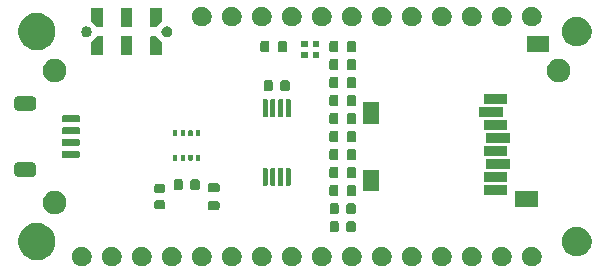
<source format=gbr>
%TF.GenerationSoftware,KiCad,Pcbnew,9.0.3*%
%TF.CreationDate,2025-08-05T15:22:30-04:00*%
%TF.ProjectId,weather-featherwing,77656174-6865-4722-9d66-656174686572,1.4.0*%
%TF.SameCoordinates,Original*%
%TF.FileFunction,Soldermask,Top*%
%TF.FilePolarity,Negative*%
%FSLAX46Y46*%
G04 Gerber Fmt 4.6, Leading zero omitted, Abs format (unit mm)*
G04 Created by KiCad (PCBNEW 9.0.3) date 2025-08-05 15:22:30*
%MOMM*%
%LPD*%
G01*
G04 APERTURE LIST*
G04 APERTURE END LIST*
G36*
X120896742Y-117296601D02*
G01*
X121050687Y-117360367D01*
X121189234Y-117452941D01*
X121307059Y-117570766D01*
X121399633Y-117709313D01*
X121463399Y-117863258D01*
X121495907Y-118026685D01*
X121495907Y-118193315D01*
X121463399Y-118356742D01*
X121399633Y-118510687D01*
X121307059Y-118649234D01*
X121189234Y-118767059D01*
X121050687Y-118859633D01*
X120896742Y-118923399D01*
X120733315Y-118955907D01*
X120566685Y-118955907D01*
X120403258Y-118923399D01*
X120249313Y-118859633D01*
X120110766Y-118767059D01*
X119992941Y-118649234D01*
X119900367Y-118510687D01*
X119836601Y-118356742D01*
X119804093Y-118193315D01*
X119804093Y-118026685D01*
X119836601Y-117863258D01*
X119900367Y-117709313D01*
X119992941Y-117570766D01*
X120110766Y-117452941D01*
X120249313Y-117360367D01*
X120403258Y-117296601D01*
X120566685Y-117264093D01*
X120733315Y-117264093D01*
X120896742Y-117296601D01*
G37*
G36*
X123436742Y-117296601D02*
G01*
X123590687Y-117360367D01*
X123729234Y-117452941D01*
X123847059Y-117570766D01*
X123939633Y-117709313D01*
X124003399Y-117863258D01*
X124035907Y-118026685D01*
X124035907Y-118193315D01*
X124003399Y-118356742D01*
X123939633Y-118510687D01*
X123847059Y-118649234D01*
X123729234Y-118767059D01*
X123590687Y-118859633D01*
X123436742Y-118923399D01*
X123273315Y-118955907D01*
X123106685Y-118955907D01*
X122943258Y-118923399D01*
X122789313Y-118859633D01*
X122650766Y-118767059D01*
X122532941Y-118649234D01*
X122440367Y-118510687D01*
X122376601Y-118356742D01*
X122344093Y-118193315D01*
X122344093Y-118026685D01*
X122376601Y-117863258D01*
X122440367Y-117709313D01*
X122532941Y-117570766D01*
X122650766Y-117452941D01*
X122789313Y-117360367D01*
X122943258Y-117296601D01*
X123106685Y-117264093D01*
X123273315Y-117264093D01*
X123436742Y-117296601D01*
G37*
G36*
X125976742Y-117296601D02*
G01*
X126130687Y-117360367D01*
X126269234Y-117452941D01*
X126387059Y-117570766D01*
X126479633Y-117709313D01*
X126543399Y-117863258D01*
X126575907Y-118026685D01*
X126575907Y-118193315D01*
X126543399Y-118356742D01*
X126479633Y-118510687D01*
X126387059Y-118649234D01*
X126269234Y-118767059D01*
X126130687Y-118859633D01*
X125976742Y-118923399D01*
X125813315Y-118955907D01*
X125646685Y-118955907D01*
X125483258Y-118923399D01*
X125329313Y-118859633D01*
X125190766Y-118767059D01*
X125072941Y-118649234D01*
X124980367Y-118510687D01*
X124916601Y-118356742D01*
X124884093Y-118193315D01*
X124884093Y-118026685D01*
X124916601Y-117863258D01*
X124980367Y-117709313D01*
X125072941Y-117570766D01*
X125190766Y-117452941D01*
X125329313Y-117360367D01*
X125483258Y-117296601D01*
X125646685Y-117264093D01*
X125813315Y-117264093D01*
X125976742Y-117296601D01*
G37*
G36*
X128516742Y-117296601D02*
G01*
X128670687Y-117360367D01*
X128809234Y-117452941D01*
X128927059Y-117570766D01*
X129019633Y-117709313D01*
X129083399Y-117863258D01*
X129115907Y-118026685D01*
X129115907Y-118193315D01*
X129083399Y-118356742D01*
X129019633Y-118510687D01*
X128927059Y-118649234D01*
X128809234Y-118767059D01*
X128670687Y-118859633D01*
X128516742Y-118923399D01*
X128353315Y-118955907D01*
X128186685Y-118955907D01*
X128023258Y-118923399D01*
X127869313Y-118859633D01*
X127730766Y-118767059D01*
X127612941Y-118649234D01*
X127520367Y-118510687D01*
X127456601Y-118356742D01*
X127424093Y-118193315D01*
X127424093Y-118026685D01*
X127456601Y-117863258D01*
X127520367Y-117709313D01*
X127612941Y-117570766D01*
X127730766Y-117452941D01*
X127869313Y-117360367D01*
X128023258Y-117296601D01*
X128186685Y-117264093D01*
X128353315Y-117264093D01*
X128516742Y-117296601D01*
G37*
G36*
X131056742Y-117296601D02*
G01*
X131210687Y-117360367D01*
X131349234Y-117452941D01*
X131467059Y-117570766D01*
X131559633Y-117709313D01*
X131623399Y-117863258D01*
X131655907Y-118026685D01*
X131655907Y-118193315D01*
X131623399Y-118356742D01*
X131559633Y-118510687D01*
X131467059Y-118649234D01*
X131349234Y-118767059D01*
X131210687Y-118859633D01*
X131056742Y-118923399D01*
X130893315Y-118955907D01*
X130726685Y-118955907D01*
X130563258Y-118923399D01*
X130409313Y-118859633D01*
X130270766Y-118767059D01*
X130152941Y-118649234D01*
X130060367Y-118510687D01*
X129996601Y-118356742D01*
X129964093Y-118193315D01*
X129964093Y-118026685D01*
X129996601Y-117863258D01*
X130060367Y-117709313D01*
X130152941Y-117570766D01*
X130270766Y-117452941D01*
X130409313Y-117360367D01*
X130563258Y-117296601D01*
X130726685Y-117264093D01*
X130893315Y-117264093D01*
X131056742Y-117296601D01*
G37*
G36*
X133596742Y-117296601D02*
G01*
X133750687Y-117360367D01*
X133889234Y-117452941D01*
X134007059Y-117570766D01*
X134099633Y-117709313D01*
X134163399Y-117863258D01*
X134195907Y-118026685D01*
X134195907Y-118193315D01*
X134163399Y-118356742D01*
X134099633Y-118510687D01*
X134007059Y-118649234D01*
X133889234Y-118767059D01*
X133750687Y-118859633D01*
X133596742Y-118923399D01*
X133433315Y-118955907D01*
X133266685Y-118955907D01*
X133103258Y-118923399D01*
X132949313Y-118859633D01*
X132810766Y-118767059D01*
X132692941Y-118649234D01*
X132600367Y-118510687D01*
X132536601Y-118356742D01*
X132504093Y-118193315D01*
X132504093Y-118026685D01*
X132536601Y-117863258D01*
X132600367Y-117709313D01*
X132692941Y-117570766D01*
X132810766Y-117452941D01*
X132949313Y-117360367D01*
X133103258Y-117296601D01*
X133266685Y-117264093D01*
X133433315Y-117264093D01*
X133596742Y-117296601D01*
G37*
G36*
X136136742Y-117296601D02*
G01*
X136290687Y-117360367D01*
X136429234Y-117452941D01*
X136547059Y-117570766D01*
X136639633Y-117709313D01*
X136703399Y-117863258D01*
X136735907Y-118026685D01*
X136735907Y-118193315D01*
X136703399Y-118356742D01*
X136639633Y-118510687D01*
X136547059Y-118649234D01*
X136429234Y-118767059D01*
X136290687Y-118859633D01*
X136136742Y-118923399D01*
X135973315Y-118955907D01*
X135806685Y-118955907D01*
X135643258Y-118923399D01*
X135489313Y-118859633D01*
X135350766Y-118767059D01*
X135232941Y-118649234D01*
X135140367Y-118510687D01*
X135076601Y-118356742D01*
X135044093Y-118193315D01*
X135044093Y-118026685D01*
X135076601Y-117863258D01*
X135140367Y-117709313D01*
X135232941Y-117570766D01*
X135350766Y-117452941D01*
X135489313Y-117360367D01*
X135643258Y-117296601D01*
X135806685Y-117264093D01*
X135973315Y-117264093D01*
X136136742Y-117296601D01*
G37*
G36*
X138676742Y-117296601D02*
G01*
X138830687Y-117360367D01*
X138969234Y-117452941D01*
X139087059Y-117570766D01*
X139179633Y-117709313D01*
X139243399Y-117863258D01*
X139275907Y-118026685D01*
X139275907Y-118193315D01*
X139243399Y-118356742D01*
X139179633Y-118510687D01*
X139087059Y-118649234D01*
X138969234Y-118767059D01*
X138830687Y-118859633D01*
X138676742Y-118923399D01*
X138513315Y-118955907D01*
X138346685Y-118955907D01*
X138183258Y-118923399D01*
X138029313Y-118859633D01*
X137890766Y-118767059D01*
X137772941Y-118649234D01*
X137680367Y-118510687D01*
X137616601Y-118356742D01*
X137584093Y-118193315D01*
X137584093Y-118026685D01*
X137616601Y-117863258D01*
X137680367Y-117709313D01*
X137772941Y-117570766D01*
X137890766Y-117452941D01*
X138029313Y-117360367D01*
X138183258Y-117296601D01*
X138346685Y-117264093D01*
X138513315Y-117264093D01*
X138676742Y-117296601D01*
G37*
G36*
X141216742Y-117296601D02*
G01*
X141370687Y-117360367D01*
X141509234Y-117452941D01*
X141627059Y-117570766D01*
X141719633Y-117709313D01*
X141783399Y-117863258D01*
X141815907Y-118026685D01*
X141815907Y-118193315D01*
X141783399Y-118356742D01*
X141719633Y-118510687D01*
X141627059Y-118649234D01*
X141509234Y-118767059D01*
X141370687Y-118859633D01*
X141216742Y-118923399D01*
X141053315Y-118955907D01*
X140886685Y-118955907D01*
X140723258Y-118923399D01*
X140569313Y-118859633D01*
X140430766Y-118767059D01*
X140312941Y-118649234D01*
X140220367Y-118510687D01*
X140156601Y-118356742D01*
X140124093Y-118193315D01*
X140124093Y-118026685D01*
X140156601Y-117863258D01*
X140220367Y-117709313D01*
X140312941Y-117570766D01*
X140430766Y-117452941D01*
X140569313Y-117360367D01*
X140723258Y-117296601D01*
X140886685Y-117264093D01*
X141053315Y-117264093D01*
X141216742Y-117296601D01*
G37*
G36*
X143756742Y-117296601D02*
G01*
X143910687Y-117360367D01*
X144049234Y-117452941D01*
X144167059Y-117570766D01*
X144259633Y-117709313D01*
X144323399Y-117863258D01*
X144355907Y-118026685D01*
X144355907Y-118193315D01*
X144323399Y-118356742D01*
X144259633Y-118510687D01*
X144167059Y-118649234D01*
X144049234Y-118767059D01*
X143910687Y-118859633D01*
X143756742Y-118923399D01*
X143593315Y-118955907D01*
X143426685Y-118955907D01*
X143263258Y-118923399D01*
X143109313Y-118859633D01*
X142970766Y-118767059D01*
X142852941Y-118649234D01*
X142760367Y-118510687D01*
X142696601Y-118356742D01*
X142664093Y-118193315D01*
X142664093Y-118026685D01*
X142696601Y-117863258D01*
X142760367Y-117709313D01*
X142852941Y-117570766D01*
X142970766Y-117452941D01*
X143109313Y-117360367D01*
X143263258Y-117296601D01*
X143426685Y-117264093D01*
X143593315Y-117264093D01*
X143756742Y-117296601D01*
G37*
G36*
X146296742Y-117296601D02*
G01*
X146450687Y-117360367D01*
X146589234Y-117452941D01*
X146707059Y-117570766D01*
X146799633Y-117709313D01*
X146863399Y-117863258D01*
X146895907Y-118026685D01*
X146895907Y-118193315D01*
X146863399Y-118356742D01*
X146799633Y-118510687D01*
X146707059Y-118649234D01*
X146589234Y-118767059D01*
X146450687Y-118859633D01*
X146296742Y-118923399D01*
X146133315Y-118955907D01*
X145966685Y-118955907D01*
X145803258Y-118923399D01*
X145649313Y-118859633D01*
X145510766Y-118767059D01*
X145392941Y-118649234D01*
X145300367Y-118510687D01*
X145236601Y-118356742D01*
X145204093Y-118193315D01*
X145204093Y-118026685D01*
X145236601Y-117863258D01*
X145300367Y-117709313D01*
X145392941Y-117570766D01*
X145510766Y-117452941D01*
X145649313Y-117360367D01*
X145803258Y-117296601D01*
X145966685Y-117264093D01*
X146133315Y-117264093D01*
X146296742Y-117296601D01*
G37*
G36*
X148836742Y-117296601D02*
G01*
X148990687Y-117360367D01*
X149129234Y-117452941D01*
X149247059Y-117570766D01*
X149339633Y-117709313D01*
X149403399Y-117863258D01*
X149435907Y-118026685D01*
X149435907Y-118193315D01*
X149403399Y-118356742D01*
X149339633Y-118510687D01*
X149247059Y-118649234D01*
X149129234Y-118767059D01*
X148990687Y-118859633D01*
X148836742Y-118923399D01*
X148673315Y-118955907D01*
X148506685Y-118955907D01*
X148343258Y-118923399D01*
X148189313Y-118859633D01*
X148050766Y-118767059D01*
X147932941Y-118649234D01*
X147840367Y-118510687D01*
X147776601Y-118356742D01*
X147744093Y-118193315D01*
X147744093Y-118026685D01*
X147776601Y-117863258D01*
X147840367Y-117709313D01*
X147932941Y-117570766D01*
X148050766Y-117452941D01*
X148189313Y-117360367D01*
X148343258Y-117296601D01*
X148506685Y-117264093D01*
X148673315Y-117264093D01*
X148836742Y-117296601D01*
G37*
G36*
X151376742Y-117296601D02*
G01*
X151530687Y-117360367D01*
X151669234Y-117452941D01*
X151787059Y-117570766D01*
X151879633Y-117709313D01*
X151943399Y-117863258D01*
X151975907Y-118026685D01*
X151975907Y-118193315D01*
X151943399Y-118356742D01*
X151879633Y-118510687D01*
X151787059Y-118649234D01*
X151669234Y-118767059D01*
X151530687Y-118859633D01*
X151376742Y-118923399D01*
X151213315Y-118955907D01*
X151046685Y-118955907D01*
X150883258Y-118923399D01*
X150729313Y-118859633D01*
X150590766Y-118767059D01*
X150472941Y-118649234D01*
X150380367Y-118510687D01*
X150316601Y-118356742D01*
X150284093Y-118193315D01*
X150284093Y-118026685D01*
X150316601Y-117863258D01*
X150380367Y-117709313D01*
X150472941Y-117570766D01*
X150590766Y-117452941D01*
X150729313Y-117360367D01*
X150883258Y-117296601D01*
X151046685Y-117264093D01*
X151213315Y-117264093D01*
X151376742Y-117296601D01*
G37*
G36*
X153916742Y-117296601D02*
G01*
X154070687Y-117360367D01*
X154209234Y-117452941D01*
X154327059Y-117570766D01*
X154419633Y-117709313D01*
X154483399Y-117863258D01*
X154515907Y-118026685D01*
X154515907Y-118193315D01*
X154483399Y-118356742D01*
X154419633Y-118510687D01*
X154327059Y-118649234D01*
X154209234Y-118767059D01*
X154070687Y-118859633D01*
X153916742Y-118923399D01*
X153753315Y-118955907D01*
X153586685Y-118955907D01*
X153423258Y-118923399D01*
X153269313Y-118859633D01*
X153130766Y-118767059D01*
X153012941Y-118649234D01*
X152920367Y-118510687D01*
X152856601Y-118356742D01*
X152824093Y-118193315D01*
X152824093Y-118026685D01*
X152856601Y-117863258D01*
X152920367Y-117709313D01*
X153012941Y-117570766D01*
X153130766Y-117452941D01*
X153269313Y-117360367D01*
X153423258Y-117296601D01*
X153586685Y-117264093D01*
X153753315Y-117264093D01*
X153916742Y-117296601D01*
G37*
G36*
X156456742Y-117296601D02*
G01*
X156610687Y-117360367D01*
X156749234Y-117452941D01*
X156867059Y-117570766D01*
X156959633Y-117709313D01*
X157023399Y-117863258D01*
X157055907Y-118026685D01*
X157055907Y-118193315D01*
X157023399Y-118356742D01*
X156959633Y-118510687D01*
X156867059Y-118649234D01*
X156749234Y-118767059D01*
X156610687Y-118859633D01*
X156456742Y-118923399D01*
X156293315Y-118955907D01*
X156126685Y-118955907D01*
X155963258Y-118923399D01*
X155809313Y-118859633D01*
X155670766Y-118767059D01*
X155552941Y-118649234D01*
X155460367Y-118510687D01*
X155396601Y-118356742D01*
X155364093Y-118193315D01*
X155364093Y-118026685D01*
X155396601Y-117863258D01*
X155460367Y-117709313D01*
X155552941Y-117570766D01*
X155670766Y-117452941D01*
X155809313Y-117360367D01*
X155963258Y-117296601D01*
X156126685Y-117264093D01*
X156293315Y-117264093D01*
X156456742Y-117296601D01*
G37*
G36*
X158996742Y-117296601D02*
G01*
X159150687Y-117360367D01*
X159289234Y-117452941D01*
X159407059Y-117570766D01*
X159499633Y-117709313D01*
X159563399Y-117863258D01*
X159595907Y-118026685D01*
X159595907Y-118193315D01*
X159563399Y-118356742D01*
X159499633Y-118510687D01*
X159407059Y-118649234D01*
X159289234Y-118767059D01*
X159150687Y-118859633D01*
X158996742Y-118923399D01*
X158833315Y-118955907D01*
X158666685Y-118955907D01*
X158503258Y-118923399D01*
X158349313Y-118859633D01*
X158210766Y-118767059D01*
X158092941Y-118649234D01*
X158000367Y-118510687D01*
X157936601Y-118356742D01*
X157904093Y-118193315D01*
X157904093Y-118026685D01*
X157936601Y-117863258D01*
X158000367Y-117709313D01*
X158092941Y-117570766D01*
X158210766Y-117452941D01*
X158349313Y-117360367D01*
X158503258Y-117296601D01*
X158666685Y-117264093D01*
X158833315Y-117264093D01*
X158996742Y-117296601D01*
G37*
G36*
X117206509Y-115313379D02*
G01*
X117440813Y-115389509D01*
X117660323Y-115501355D01*
X117859633Y-115646163D01*
X118033837Y-115820367D01*
X118178645Y-116019677D01*
X118290491Y-116239187D01*
X118366621Y-116473491D01*
X118405160Y-116716819D01*
X118405160Y-116963181D01*
X118366621Y-117206509D01*
X118290491Y-117440813D01*
X118178645Y-117660323D01*
X118033837Y-117859633D01*
X117859633Y-118033837D01*
X117660323Y-118178645D01*
X117440813Y-118290491D01*
X117206509Y-118366621D01*
X116963181Y-118405160D01*
X116716819Y-118405160D01*
X116473491Y-118366621D01*
X116239187Y-118290491D01*
X116019677Y-118178645D01*
X115820367Y-118033837D01*
X115646163Y-117859633D01*
X115501355Y-117660323D01*
X115389509Y-117440813D01*
X115313379Y-117206509D01*
X115274840Y-116963181D01*
X115274840Y-116716819D01*
X115313379Y-116473491D01*
X115389509Y-116239187D01*
X115501355Y-116019677D01*
X115646163Y-115820367D01*
X115820367Y-115646163D01*
X116019677Y-115501355D01*
X116239187Y-115389509D01*
X116473491Y-115313379D01*
X116716819Y-115274840D01*
X116963181Y-115274840D01*
X117206509Y-115313379D01*
G37*
G36*
X162856476Y-115605090D02*
G01*
X163046008Y-115666673D01*
X163223573Y-115757147D01*
X163384799Y-115874284D01*
X163525716Y-116015201D01*
X163642853Y-116176427D01*
X163733327Y-116353992D01*
X163794910Y-116543524D01*
X163826085Y-116740357D01*
X163826085Y-116939643D01*
X163794910Y-117136476D01*
X163733327Y-117326008D01*
X163642853Y-117503573D01*
X163525716Y-117664799D01*
X163384799Y-117805716D01*
X163223573Y-117922853D01*
X163046008Y-118013327D01*
X162856476Y-118074910D01*
X162659643Y-118106085D01*
X162460357Y-118106085D01*
X162263524Y-118074910D01*
X162073992Y-118013327D01*
X161896427Y-117922853D01*
X161735201Y-117805716D01*
X161594284Y-117664799D01*
X161477147Y-117503573D01*
X161386673Y-117326008D01*
X161325090Y-117136476D01*
X161293915Y-116939643D01*
X161293915Y-116740357D01*
X161325090Y-116543524D01*
X161386673Y-116353992D01*
X161477147Y-116176427D01*
X161594284Y-116015201D01*
X161735201Y-115874284D01*
X161896427Y-115757147D01*
X162073992Y-115666673D01*
X162263524Y-115605090D01*
X162460357Y-115573915D01*
X162659643Y-115573915D01*
X162856476Y-115605090D01*
G37*
G36*
X142326537Y-115140224D02*
G01*
X142391421Y-115183579D01*
X142434776Y-115248463D01*
X142450000Y-115325000D01*
X142450000Y-115825000D01*
X142434776Y-115901537D01*
X142391421Y-115966421D01*
X142326537Y-116009776D01*
X142250000Y-116025000D01*
X141850000Y-116025000D01*
X141773463Y-116009776D01*
X141708579Y-115966421D01*
X141665224Y-115901537D01*
X141650000Y-115825000D01*
X141650000Y-115325000D01*
X141665224Y-115248463D01*
X141708579Y-115183579D01*
X141773463Y-115140224D01*
X141850000Y-115125000D01*
X142250000Y-115125000D01*
X142326537Y-115140224D01*
G37*
G36*
X143726537Y-115140224D02*
G01*
X143791421Y-115183579D01*
X143834776Y-115248463D01*
X143850000Y-115325000D01*
X143850000Y-115825000D01*
X143834776Y-115901537D01*
X143791421Y-115966421D01*
X143726537Y-116009776D01*
X143650000Y-116025000D01*
X143250000Y-116025000D01*
X143173463Y-116009776D01*
X143108579Y-115966421D01*
X143065224Y-115901537D01*
X143050000Y-115825000D01*
X143050000Y-115325000D01*
X143065224Y-115248463D01*
X143108579Y-115183579D01*
X143173463Y-115140224D01*
X143250000Y-115125000D01*
X143650000Y-115125000D01*
X143726537Y-115140224D01*
G37*
G36*
X118654285Y-112581060D02*
G01*
X118835397Y-112656079D01*
X118998393Y-112764990D01*
X119137010Y-112903607D01*
X119245921Y-113066603D01*
X119320940Y-113247715D01*
X119359185Y-113439983D01*
X119359185Y-113636017D01*
X119320940Y-113828285D01*
X119245921Y-114009397D01*
X119137010Y-114172393D01*
X118998393Y-114311010D01*
X118835397Y-114419921D01*
X118654285Y-114494940D01*
X118462017Y-114533185D01*
X118265983Y-114533185D01*
X118073715Y-114494940D01*
X117892603Y-114419921D01*
X117729607Y-114311010D01*
X117590990Y-114172393D01*
X117482079Y-114009397D01*
X117407060Y-113828285D01*
X117368815Y-113636017D01*
X117368815Y-113439983D01*
X117407060Y-113247715D01*
X117482079Y-113066603D01*
X117590990Y-112903607D01*
X117729607Y-112764990D01*
X117892603Y-112656079D01*
X118073715Y-112581060D01*
X118265983Y-112542815D01*
X118462017Y-112542815D01*
X118654285Y-112581060D01*
G37*
G36*
X142326537Y-113615224D02*
G01*
X142391421Y-113658579D01*
X142434776Y-113723463D01*
X142450000Y-113800000D01*
X142450000Y-114300000D01*
X142434776Y-114376537D01*
X142391421Y-114441421D01*
X142326537Y-114484776D01*
X142250000Y-114500000D01*
X141850000Y-114500000D01*
X141773463Y-114484776D01*
X141708579Y-114441421D01*
X141665224Y-114376537D01*
X141650000Y-114300000D01*
X141650000Y-113800000D01*
X141665224Y-113723463D01*
X141708579Y-113658579D01*
X141773463Y-113615224D01*
X141850000Y-113600000D01*
X142250000Y-113600000D01*
X142326537Y-113615224D01*
G37*
G36*
X143726537Y-113615224D02*
G01*
X143791421Y-113658579D01*
X143834776Y-113723463D01*
X143850000Y-113800000D01*
X143850000Y-114300000D01*
X143834776Y-114376537D01*
X143791421Y-114441421D01*
X143726537Y-114484776D01*
X143650000Y-114500000D01*
X143250000Y-114500000D01*
X143173463Y-114484776D01*
X143108579Y-114441421D01*
X143065224Y-114376537D01*
X143050000Y-114300000D01*
X143050000Y-113800000D01*
X143065224Y-113723463D01*
X143108579Y-113658579D01*
X143173463Y-113615224D01*
X143250000Y-113600000D01*
X143650000Y-113600000D01*
X143726537Y-113615224D01*
G37*
G36*
X132210253Y-113419273D02*
G01*
X132271083Y-113459917D01*
X132311727Y-113520747D01*
X132326000Y-113592500D01*
X132326000Y-113967500D01*
X132311727Y-114039253D01*
X132271083Y-114100083D01*
X132210253Y-114140727D01*
X132138500Y-114155000D01*
X131513500Y-114155000D01*
X131441747Y-114140727D01*
X131380917Y-114100083D01*
X131340273Y-114039253D01*
X131326000Y-113967500D01*
X131326000Y-113592500D01*
X131340273Y-113520747D01*
X131380917Y-113459917D01*
X131441747Y-113419273D01*
X131513500Y-113405000D01*
X132138500Y-113405000D01*
X132210253Y-113419273D01*
G37*
G36*
X127580537Y-113345224D02*
G01*
X127645421Y-113388579D01*
X127688776Y-113453463D01*
X127704000Y-113530000D01*
X127704000Y-113930000D01*
X127688776Y-114006537D01*
X127645421Y-114071421D01*
X127580537Y-114114776D01*
X127504000Y-114130000D01*
X127004000Y-114130000D01*
X126927463Y-114114776D01*
X126862579Y-114071421D01*
X126819224Y-114006537D01*
X126804000Y-113930000D01*
X126804000Y-113530000D01*
X126819224Y-113453463D01*
X126862579Y-113388579D01*
X126927463Y-113345224D01*
X127004000Y-113330000D01*
X127504000Y-113330000D01*
X127580537Y-113345224D01*
G37*
G36*
X159219134Y-112558806D02*
G01*
X159235355Y-112569645D01*
X159246194Y-112585866D01*
X159250000Y-112605000D01*
X159250000Y-113905000D01*
X159246194Y-113924134D01*
X159235355Y-113940355D01*
X159219134Y-113951194D01*
X159200000Y-113955000D01*
X157400000Y-113955000D01*
X157380866Y-113951194D01*
X157364645Y-113940355D01*
X157353806Y-113924134D01*
X157350000Y-113905000D01*
X157350000Y-112605000D01*
X157353806Y-112585866D01*
X157364645Y-112569645D01*
X157380866Y-112558806D01*
X157400000Y-112555000D01*
X159200000Y-112555000D01*
X159219134Y-112558806D01*
G37*
G36*
X142259253Y-112039273D02*
G01*
X142320083Y-112079917D01*
X142360727Y-112140747D01*
X142375000Y-112212500D01*
X142375000Y-112837500D01*
X142360727Y-112909253D01*
X142320083Y-112970083D01*
X142259253Y-113010727D01*
X142187500Y-113025000D01*
X141812500Y-113025000D01*
X141740747Y-113010727D01*
X141679917Y-112970083D01*
X141639273Y-112909253D01*
X141625000Y-112837500D01*
X141625000Y-112212500D01*
X141639273Y-112140747D01*
X141679917Y-112079917D01*
X141740747Y-112039273D01*
X141812500Y-112025000D01*
X142187500Y-112025000D01*
X142259253Y-112039273D01*
G37*
G36*
X143759253Y-112039273D02*
G01*
X143820083Y-112079917D01*
X143860727Y-112140747D01*
X143875000Y-112212500D01*
X143875000Y-112837500D01*
X143860727Y-112909253D01*
X143820083Y-112970083D01*
X143759253Y-113010727D01*
X143687500Y-113025000D01*
X143312500Y-113025000D01*
X143240747Y-113010727D01*
X143179917Y-112970083D01*
X143139273Y-112909253D01*
X143125000Y-112837500D01*
X143125000Y-112212500D01*
X143139273Y-112140747D01*
X143179917Y-112079917D01*
X143240747Y-112039273D01*
X143312500Y-112025000D01*
X143687500Y-112025000D01*
X143759253Y-112039273D01*
G37*
G36*
X156669134Y-112068806D02*
G01*
X156685355Y-112079645D01*
X156696194Y-112095866D01*
X156700000Y-112115000D01*
X156700000Y-112815000D01*
X156696194Y-112834134D01*
X156685355Y-112850355D01*
X156669134Y-112861194D01*
X156650000Y-112865000D01*
X154750000Y-112865000D01*
X154730866Y-112861194D01*
X154714645Y-112850355D01*
X154703806Y-112834134D01*
X154700000Y-112815000D01*
X154700000Y-112115000D01*
X154703806Y-112095866D01*
X154714645Y-112079645D01*
X154730866Y-112068806D01*
X154750000Y-112065000D01*
X156650000Y-112065000D01*
X156669134Y-112068806D01*
G37*
G36*
X127580537Y-111945224D02*
G01*
X127645421Y-111988579D01*
X127688776Y-112053463D01*
X127704000Y-112130000D01*
X127704000Y-112530000D01*
X127688776Y-112606537D01*
X127645421Y-112671421D01*
X127580537Y-112714776D01*
X127504000Y-112730000D01*
X127004000Y-112730000D01*
X126927463Y-112714776D01*
X126862579Y-112671421D01*
X126819224Y-112606537D01*
X126804000Y-112530000D01*
X126804000Y-112130000D01*
X126819224Y-112053463D01*
X126862579Y-111988579D01*
X126927463Y-111945224D01*
X127004000Y-111930000D01*
X127504000Y-111930000D01*
X127580537Y-111945224D01*
G37*
G36*
X132210253Y-111919273D02*
G01*
X132271083Y-111959917D01*
X132311727Y-112020747D01*
X132326000Y-112092500D01*
X132326000Y-112467500D01*
X132311727Y-112539253D01*
X132271083Y-112600083D01*
X132210253Y-112640727D01*
X132138500Y-112655000D01*
X131513500Y-112655000D01*
X131441747Y-112640727D01*
X131380917Y-112600083D01*
X131340273Y-112539253D01*
X131326000Y-112467500D01*
X131326000Y-112092500D01*
X131340273Y-112020747D01*
X131380917Y-111959917D01*
X131441747Y-111919273D01*
X131513500Y-111905000D01*
X132138500Y-111905000D01*
X132210253Y-111919273D01*
G37*
G36*
X145819134Y-110758806D02*
G01*
X145835355Y-110769645D01*
X145846194Y-110785866D01*
X145850000Y-110805000D01*
X145850000Y-112505000D01*
X145846194Y-112524134D01*
X145835355Y-112540355D01*
X145819134Y-112551194D01*
X145800000Y-112555000D01*
X144500000Y-112555000D01*
X144480866Y-112551194D01*
X144464645Y-112540355D01*
X144453806Y-112524134D01*
X144450000Y-112505000D01*
X144450000Y-110805000D01*
X144453806Y-110785866D01*
X144464645Y-110769645D01*
X144480866Y-110758806D01*
X144500000Y-110755000D01*
X145800000Y-110755000D01*
X145819134Y-110758806D01*
G37*
G36*
X129116537Y-111579224D02*
G01*
X129181421Y-111622579D01*
X129224776Y-111687463D01*
X129240000Y-111764000D01*
X129240000Y-112264000D01*
X129224776Y-112340537D01*
X129181421Y-112405421D01*
X129116537Y-112448776D01*
X129040000Y-112464000D01*
X128640000Y-112464000D01*
X128563463Y-112448776D01*
X128498579Y-112405421D01*
X128455224Y-112340537D01*
X128440000Y-112264000D01*
X128440000Y-111764000D01*
X128455224Y-111687463D01*
X128498579Y-111622579D01*
X128563463Y-111579224D01*
X128640000Y-111564000D01*
X129040000Y-111564000D01*
X129116537Y-111579224D01*
G37*
G36*
X130516537Y-111579224D02*
G01*
X130581421Y-111622579D01*
X130624776Y-111687463D01*
X130640000Y-111764000D01*
X130640000Y-112264000D01*
X130624776Y-112340537D01*
X130581421Y-112405421D01*
X130516537Y-112448776D01*
X130440000Y-112464000D01*
X130040000Y-112464000D01*
X129963463Y-112448776D01*
X129898579Y-112405421D01*
X129855224Y-112340537D01*
X129840000Y-112264000D01*
X129840000Y-111764000D01*
X129855224Y-111687463D01*
X129898579Y-111622579D01*
X129963463Y-111579224D01*
X130040000Y-111564000D01*
X130440000Y-111564000D01*
X130516537Y-111579224D01*
G37*
G36*
X136323268Y-110590612D02*
G01*
X136355711Y-110612289D01*
X136377388Y-110644732D01*
X136385000Y-110683000D01*
X136385000Y-112033000D01*
X136377388Y-112071268D01*
X136355711Y-112103711D01*
X136323268Y-112125388D01*
X136285000Y-112133000D01*
X136085000Y-112133000D01*
X136046732Y-112125388D01*
X136014289Y-112103711D01*
X135992612Y-112071268D01*
X135985000Y-112033000D01*
X135985000Y-110683000D01*
X135992612Y-110644732D01*
X136014289Y-110612289D01*
X136046732Y-110590612D01*
X136085000Y-110583000D01*
X136285000Y-110583000D01*
X136323268Y-110590612D01*
G37*
G36*
X136973268Y-110590612D02*
G01*
X137005711Y-110612289D01*
X137027388Y-110644732D01*
X137035000Y-110683000D01*
X137035000Y-112033000D01*
X137027388Y-112071268D01*
X137005711Y-112103711D01*
X136973268Y-112125388D01*
X136935000Y-112133000D01*
X136735000Y-112133000D01*
X136696732Y-112125388D01*
X136664289Y-112103711D01*
X136642612Y-112071268D01*
X136635000Y-112033000D01*
X136635000Y-110683000D01*
X136642612Y-110644732D01*
X136664289Y-110612289D01*
X136696732Y-110590612D01*
X136735000Y-110583000D01*
X136935000Y-110583000D01*
X136973268Y-110590612D01*
G37*
G36*
X137623268Y-110590612D02*
G01*
X137655711Y-110612289D01*
X137677388Y-110644732D01*
X137685000Y-110683000D01*
X137685000Y-112033000D01*
X137677388Y-112071268D01*
X137655711Y-112103711D01*
X137623268Y-112125388D01*
X137585000Y-112133000D01*
X137385000Y-112133000D01*
X137346732Y-112125388D01*
X137314289Y-112103711D01*
X137292612Y-112071268D01*
X137285000Y-112033000D01*
X137285000Y-110683000D01*
X137292612Y-110644732D01*
X137314289Y-110612289D01*
X137346732Y-110590612D01*
X137385000Y-110583000D01*
X137585000Y-110583000D01*
X137623268Y-110590612D01*
G37*
G36*
X138273268Y-110590612D02*
G01*
X138305711Y-110612289D01*
X138327388Y-110644732D01*
X138335000Y-110683000D01*
X138335000Y-112033000D01*
X138327388Y-112071268D01*
X138305711Y-112103711D01*
X138273268Y-112125388D01*
X138235000Y-112133000D01*
X138035000Y-112133000D01*
X137996732Y-112125388D01*
X137964289Y-112103711D01*
X137942612Y-112071268D01*
X137935000Y-112033000D01*
X137935000Y-110683000D01*
X137942612Y-110644732D01*
X137964289Y-110612289D01*
X137996732Y-110590612D01*
X138035000Y-110583000D01*
X138235000Y-110583000D01*
X138273268Y-110590612D01*
G37*
G36*
X156669134Y-110968806D02*
G01*
X156685355Y-110979645D01*
X156696194Y-110995866D01*
X156700000Y-111015000D01*
X156700000Y-111715000D01*
X156696194Y-111734134D01*
X156685355Y-111750355D01*
X156669134Y-111761194D01*
X156650000Y-111765000D01*
X154750000Y-111765000D01*
X154730866Y-111761194D01*
X154714645Y-111750355D01*
X154703806Y-111734134D01*
X154700000Y-111715000D01*
X154700000Y-111015000D01*
X154703806Y-110995866D01*
X154714645Y-110979645D01*
X154730866Y-110968806D01*
X154750000Y-110965000D01*
X156650000Y-110965000D01*
X156669134Y-110968806D01*
G37*
G36*
X142259253Y-110514273D02*
G01*
X142320083Y-110554917D01*
X142360727Y-110615747D01*
X142375000Y-110687500D01*
X142375000Y-111312500D01*
X142360727Y-111384253D01*
X142320083Y-111445083D01*
X142259253Y-111485727D01*
X142187500Y-111500000D01*
X141812500Y-111500000D01*
X141740747Y-111485727D01*
X141679917Y-111445083D01*
X141639273Y-111384253D01*
X141625000Y-111312500D01*
X141625000Y-110687500D01*
X141639273Y-110615747D01*
X141679917Y-110554917D01*
X141740747Y-110514273D01*
X141812500Y-110500000D01*
X142187500Y-110500000D01*
X142259253Y-110514273D01*
G37*
G36*
X143759253Y-110514273D02*
G01*
X143820083Y-110554917D01*
X143860727Y-110615747D01*
X143875000Y-110687500D01*
X143875000Y-111312500D01*
X143860727Y-111384253D01*
X143820083Y-111445083D01*
X143759253Y-111485727D01*
X143687500Y-111500000D01*
X143312500Y-111500000D01*
X143240747Y-111485727D01*
X143179917Y-111445083D01*
X143139273Y-111384253D01*
X143125000Y-111312500D01*
X143125000Y-110687500D01*
X143139273Y-110615747D01*
X143179917Y-110554917D01*
X143240747Y-110514273D01*
X143312500Y-110500000D01*
X143687500Y-110500000D01*
X143759253Y-110514273D01*
G37*
G36*
X116509516Y-110150818D02*
G01*
X116560779Y-110156766D01*
X116578292Y-110164499D01*
X116601071Y-110169030D01*
X116625457Y-110185324D01*
X116646188Y-110194478D01*
X116660346Y-110208636D01*
X116682177Y-110223223D01*
X116696763Y-110245053D01*
X116710921Y-110259211D01*
X116720073Y-110279939D01*
X116736370Y-110304329D01*
X116740901Y-110327109D01*
X116748633Y-110344620D01*
X116754578Y-110395872D01*
X116755400Y-110400000D01*
X116755400Y-111100000D01*
X116754578Y-111104128D01*
X116748633Y-111155379D01*
X116740901Y-111172888D01*
X116736370Y-111195671D01*
X116720072Y-111220062D01*
X116710921Y-111240788D01*
X116696765Y-111254943D01*
X116682177Y-111276777D01*
X116660343Y-111291365D01*
X116646188Y-111305521D01*
X116625462Y-111314672D01*
X116601071Y-111330970D01*
X116578288Y-111335501D01*
X116560779Y-111343233D01*
X116509529Y-111349178D01*
X116505400Y-111350000D01*
X115205400Y-111350000D01*
X115201273Y-111349179D01*
X115150020Y-111343233D01*
X115132509Y-111335501D01*
X115109729Y-111330970D01*
X115085339Y-111314673D01*
X115064611Y-111305521D01*
X115050453Y-111291363D01*
X115028623Y-111276777D01*
X115014036Y-111254946D01*
X114999878Y-111240788D01*
X114990724Y-111220057D01*
X114974430Y-111195671D01*
X114969899Y-111172892D01*
X114962166Y-111155379D01*
X114956218Y-111104117D01*
X114955400Y-111100000D01*
X114955400Y-110400000D01*
X114956218Y-110395885D01*
X114962166Y-110344620D01*
X114969899Y-110327105D01*
X114974430Y-110304329D01*
X114990723Y-110279944D01*
X114999878Y-110259211D01*
X115014038Y-110245050D01*
X115028623Y-110223223D01*
X115050450Y-110208638D01*
X115064611Y-110194478D01*
X115085344Y-110185323D01*
X115109729Y-110169030D01*
X115132505Y-110164499D01*
X115150020Y-110156766D01*
X115201284Y-110150818D01*
X115205400Y-110150000D01*
X116505400Y-110150000D01*
X116509516Y-110150818D01*
G37*
G36*
X156869134Y-109868806D02*
G01*
X156885355Y-109879645D01*
X156896194Y-109895866D01*
X156900000Y-109915000D01*
X156900000Y-110615000D01*
X156896194Y-110634134D01*
X156885355Y-110650355D01*
X156869134Y-110661194D01*
X156850000Y-110665000D01*
X154950000Y-110665000D01*
X154930866Y-110661194D01*
X154914645Y-110650355D01*
X154903806Y-110634134D01*
X154900000Y-110615000D01*
X154900000Y-109915000D01*
X154903806Y-109895866D01*
X154914645Y-109879645D01*
X154930866Y-109868806D01*
X154950000Y-109865000D01*
X156850000Y-109865000D01*
X156869134Y-109868806D01*
G37*
G36*
X128718394Y-109489664D02*
G01*
X128729749Y-109497251D01*
X128737336Y-109508606D01*
X128740000Y-109522000D01*
X128740000Y-109952000D01*
X128737336Y-109965394D01*
X128729749Y-109976749D01*
X128718394Y-109984336D01*
X128705000Y-109987000D01*
X128425000Y-109987000D01*
X128411606Y-109984336D01*
X128400251Y-109976749D01*
X128392664Y-109965394D01*
X128390000Y-109952000D01*
X128390000Y-109522000D01*
X128392664Y-109508606D01*
X128400251Y-109497251D01*
X128411606Y-109489664D01*
X128425000Y-109487000D01*
X128705000Y-109487000D01*
X128718394Y-109489664D01*
G37*
G36*
X129368394Y-109489664D02*
G01*
X129379749Y-109497251D01*
X129387336Y-109508606D01*
X129390000Y-109522000D01*
X129390000Y-109952000D01*
X129387336Y-109965394D01*
X129379749Y-109976749D01*
X129368394Y-109984336D01*
X129355000Y-109987000D01*
X129075000Y-109987000D01*
X129061606Y-109984336D01*
X129050251Y-109976749D01*
X129042664Y-109965394D01*
X129040000Y-109952000D01*
X129040000Y-109522000D01*
X129042664Y-109508606D01*
X129050251Y-109497251D01*
X129061606Y-109489664D01*
X129075000Y-109487000D01*
X129355000Y-109487000D01*
X129368394Y-109489664D01*
G37*
G36*
X130018394Y-109489664D02*
G01*
X130029749Y-109497251D01*
X130037336Y-109508606D01*
X130040000Y-109522000D01*
X130040000Y-109952000D01*
X130037336Y-109965394D01*
X130029749Y-109976749D01*
X130018394Y-109984336D01*
X130005000Y-109987000D01*
X129725000Y-109987000D01*
X129711606Y-109984336D01*
X129700251Y-109976749D01*
X129692664Y-109965394D01*
X129690000Y-109952000D01*
X129690000Y-109522000D01*
X129692664Y-109508606D01*
X129700251Y-109497251D01*
X129711606Y-109489664D01*
X129725000Y-109487000D01*
X130005000Y-109487000D01*
X130018394Y-109489664D01*
G37*
G36*
X130668394Y-109489664D02*
G01*
X130679749Y-109497251D01*
X130687336Y-109508606D01*
X130690000Y-109522000D01*
X130690000Y-109952000D01*
X130687336Y-109965394D01*
X130679749Y-109976749D01*
X130668394Y-109984336D01*
X130655000Y-109987000D01*
X130375000Y-109987000D01*
X130361606Y-109984336D01*
X130350251Y-109976749D01*
X130342664Y-109965394D01*
X130340000Y-109952000D01*
X130340000Y-109522000D01*
X130342664Y-109508606D01*
X130350251Y-109497251D01*
X130361606Y-109489664D01*
X130375000Y-109487000D01*
X130655000Y-109487000D01*
X130668394Y-109489664D01*
G37*
G36*
X142259253Y-108989273D02*
G01*
X142320083Y-109029917D01*
X142360727Y-109090747D01*
X142375000Y-109162500D01*
X142375000Y-109787500D01*
X142360727Y-109859253D01*
X142320083Y-109920083D01*
X142259253Y-109960727D01*
X142187500Y-109975000D01*
X141812500Y-109975000D01*
X141740747Y-109960727D01*
X141679917Y-109920083D01*
X141639273Y-109859253D01*
X141625000Y-109787500D01*
X141625000Y-109162500D01*
X141639273Y-109090747D01*
X141679917Y-109029917D01*
X141740747Y-108989273D01*
X141812500Y-108975000D01*
X142187500Y-108975000D01*
X142259253Y-108989273D01*
G37*
G36*
X143759253Y-108989273D02*
G01*
X143820083Y-109029917D01*
X143860727Y-109090747D01*
X143875000Y-109162500D01*
X143875000Y-109787500D01*
X143860727Y-109859253D01*
X143820083Y-109920083D01*
X143759253Y-109960727D01*
X143687500Y-109975000D01*
X143312500Y-109975000D01*
X143240747Y-109960727D01*
X143179917Y-109920083D01*
X143139273Y-109859253D01*
X143125000Y-109787500D01*
X143125000Y-109162500D01*
X143139273Y-109090747D01*
X143179917Y-109029917D01*
X143240747Y-108989273D01*
X143312500Y-108975000D01*
X143687500Y-108975000D01*
X143759253Y-108989273D01*
G37*
G36*
X120412803Y-109161418D02*
G01*
X120461466Y-109193934D01*
X120493982Y-109242597D01*
X120505400Y-109300000D01*
X120505400Y-109600000D01*
X120493982Y-109657403D01*
X120461466Y-109706066D01*
X120412803Y-109738582D01*
X120355400Y-109750000D01*
X119105400Y-109750000D01*
X119047997Y-109738582D01*
X118999334Y-109706066D01*
X118966818Y-109657403D01*
X118955400Y-109600000D01*
X118955400Y-109300000D01*
X118966818Y-109242597D01*
X118999334Y-109193934D01*
X119047997Y-109161418D01*
X119105400Y-109150000D01*
X120355400Y-109150000D01*
X120412803Y-109161418D01*
G37*
G36*
X156669134Y-108768806D02*
G01*
X156685355Y-108779645D01*
X156696194Y-108795866D01*
X156700000Y-108815000D01*
X156700000Y-109515000D01*
X156696194Y-109534134D01*
X156685355Y-109550355D01*
X156669134Y-109561194D01*
X156650000Y-109565000D01*
X154750000Y-109565000D01*
X154730866Y-109561194D01*
X154714645Y-109550355D01*
X154703806Y-109534134D01*
X154700000Y-109515000D01*
X154700000Y-108815000D01*
X154703806Y-108795866D01*
X154714645Y-108779645D01*
X154730866Y-108768806D01*
X154750000Y-108765000D01*
X156650000Y-108765000D01*
X156669134Y-108768806D01*
G37*
G36*
X120412803Y-108161418D02*
G01*
X120461466Y-108193934D01*
X120493982Y-108242597D01*
X120505400Y-108300000D01*
X120505400Y-108600000D01*
X120493982Y-108657403D01*
X120461466Y-108706066D01*
X120412803Y-108738582D01*
X120355400Y-108750000D01*
X119105400Y-108750000D01*
X119047997Y-108738582D01*
X118999334Y-108706066D01*
X118966818Y-108657403D01*
X118955400Y-108600000D01*
X118955400Y-108300000D01*
X118966818Y-108242597D01*
X118999334Y-108193934D01*
X119047997Y-108161418D01*
X119105400Y-108150000D01*
X120355400Y-108150000D01*
X120412803Y-108161418D01*
G37*
G36*
X156869134Y-107668806D02*
G01*
X156885355Y-107679645D01*
X156896194Y-107695866D01*
X156900000Y-107715000D01*
X156900000Y-108415000D01*
X156896194Y-108434134D01*
X156885355Y-108450355D01*
X156869134Y-108461194D01*
X156850000Y-108465000D01*
X154950000Y-108465000D01*
X154930866Y-108461194D01*
X154914645Y-108450355D01*
X154903806Y-108434134D01*
X154900000Y-108415000D01*
X154900000Y-107715000D01*
X154903806Y-107695866D01*
X154914645Y-107679645D01*
X154930866Y-107668806D01*
X154950000Y-107665000D01*
X156850000Y-107665000D01*
X156869134Y-107668806D01*
G37*
G36*
X142259253Y-107464273D02*
G01*
X142320083Y-107504917D01*
X142360727Y-107565747D01*
X142375000Y-107637500D01*
X142375000Y-108262500D01*
X142360727Y-108334253D01*
X142320083Y-108395083D01*
X142259253Y-108435727D01*
X142187500Y-108450000D01*
X141812500Y-108450000D01*
X141740747Y-108435727D01*
X141679917Y-108395083D01*
X141639273Y-108334253D01*
X141625000Y-108262500D01*
X141625000Y-107637500D01*
X141639273Y-107565747D01*
X141679917Y-107504917D01*
X141740747Y-107464273D01*
X141812500Y-107450000D01*
X142187500Y-107450000D01*
X142259253Y-107464273D01*
G37*
G36*
X143759253Y-107464273D02*
G01*
X143820083Y-107504917D01*
X143860727Y-107565747D01*
X143875000Y-107637500D01*
X143875000Y-108262500D01*
X143860727Y-108334253D01*
X143820083Y-108395083D01*
X143759253Y-108435727D01*
X143687500Y-108450000D01*
X143312500Y-108450000D01*
X143240747Y-108435727D01*
X143179917Y-108395083D01*
X143139273Y-108334253D01*
X143125000Y-108262500D01*
X143125000Y-107637500D01*
X143139273Y-107565747D01*
X143179917Y-107504917D01*
X143240747Y-107464273D01*
X143312500Y-107450000D01*
X143687500Y-107450000D01*
X143759253Y-107464273D01*
G37*
G36*
X128718394Y-107439664D02*
G01*
X128729749Y-107447251D01*
X128737336Y-107458606D01*
X128740000Y-107472000D01*
X128740000Y-107902000D01*
X128737336Y-107915394D01*
X128729749Y-107926749D01*
X128718394Y-107934336D01*
X128705000Y-107937000D01*
X128425000Y-107937000D01*
X128411606Y-107934336D01*
X128400251Y-107926749D01*
X128392664Y-107915394D01*
X128390000Y-107902000D01*
X128390000Y-107472000D01*
X128392664Y-107458606D01*
X128400251Y-107447251D01*
X128411606Y-107439664D01*
X128425000Y-107437000D01*
X128705000Y-107437000D01*
X128718394Y-107439664D01*
G37*
G36*
X129368394Y-107439664D02*
G01*
X129379749Y-107447251D01*
X129387336Y-107458606D01*
X129390000Y-107472000D01*
X129390000Y-107902000D01*
X129387336Y-107915394D01*
X129379749Y-107926749D01*
X129368394Y-107934336D01*
X129355000Y-107937000D01*
X129075000Y-107937000D01*
X129061606Y-107934336D01*
X129050251Y-107926749D01*
X129042664Y-107915394D01*
X129040000Y-107902000D01*
X129040000Y-107472000D01*
X129042664Y-107458606D01*
X129050251Y-107447251D01*
X129061606Y-107439664D01*
X129075000Y-107437000D01*
X129355000Y-107437000D01*
X129368394Y-107439664D01*
G37*
G36*
X130018394Y-107439664D02*
G01*
X130029749Y-107447251D01*
X130037336Y-107458606D01*
X130040000Y-107472000D01*
X130040000Y-107902000D01*
X130037336Y-107915394D01*
X130029749Y-107926749D01*
X130018394Y-107934336D01*
X130005000Y-107937000D01*
X129725000Y-107937000D01*
X129711606Y-107934336D01*
X129700251Y-107926749D01*
X129692664Y-107915394D01*
X129690000Y-107902000D01*
X129690000Y-107472000D01*
X129692664Y-107458606D01*
X129700251Y-107447251D01*
X129711606Y-107439664D01*
X129725000Y-107437000D01*
X130005000Y-107437000D01*
X130018394Y-107439664D01*
G37*
G36*
X130668394Y-107439664D02*
G01*
X130679749Y-107447251D01*
X130687336Y-107458606D01*
X130690000Y-107472000D01*
X130690000Y-107902000D01*
X130687336Y-107915394D01*
X130679749Y-107926749D01*
X130668394Y-107934336D01*
X130655000Y-107937000D01*
X130375000Y-107937000D01*
X130361606Y-107934336D01*
X130350251Y-107926749D01*
X130342664Y-107915394D01*
X130340000Y-107902000D01*
X130340000Y-107472000D01*
X130342664Y-107458606D01*
X130350251Y-107447251D01*
X130361606Y-107439664D01*
X130375000Y-107437000D01*
X130655000Y-107437000D01*
X130668394Y-107439664D01*
G37*
G36*
X120412803Y-107161418D02*
G01*
X120461466Y-107193934D01*
X120493982Y-107242597D01*
X120505400Y-107300000D01*
X120505400Y-107600000D01*
X120493982Y-107657403D01*
X120461466Y-107706066D01*
X120412803Y-107738582D01*
X120355400Y-107750000D01*
X119105400Y-107750000D01*
X119047997Y-107738582D01*
X118999334Y-107706066D01*
X118966818Y-107657403D01*
X118955400Y-107600000D01*
X118955400Y-107300000D01*
X118966818Y-107242597D01*
X118999334Y-107193934D01*
X119047997Y-107161418D01*
X119105400Y-107150000D01*
X120355400Y-107150000D01*
X120412803Y-107161418D01*
G37*
G36*
X156669134Y-106568806D02*
G01*
X156685355Y-106579645D01*
X156696194Y-106595866D01*
X156700000Y-106615000D01*
X156700000Y-107315000D01*
X156696194Y-107334134D01*
X156685355Y-107350355D01*
X156669134Y-107361194D01*
X156650000Y-107365000D01*
X154750000Y-107365000D01*
X154730866Y-107361194D01*
X154714645Y-107350355D01*
X154703806Y-107334134D01*
X154700000Y-107315000D01*
X154700000Y-106615000D01*
X154703806Y-106595866D01*
X154714645Y-106579645D01*
X154730866Y-106568806D01*
X154750000Y-106565000D01*
X156650000Y-106565000D01*
X156669134Y-106568806D01*
G37*
G36*
X142259253Y-105939273D02*
G01*
X142320083Y-105979917D01*
X142360727Y-106040747D01*
X142375000Y-106112500D01*
X142375000Y-106737500D01*
X142360727Y-106809253D01*
X142320083Y-106870083D01*
X142259253Y-106910727D01*
X142187500Y-106925000D01*
X141812500Y-106925000D01*
X141740747Y-106910727D01*
X141679917Y-106870083D01*
X141639273Y-106809253D01*
X141625000Y-106737500D01*
X141625000Y-106112500D01*
X141639273Y-106040747D01*
X141679917Y-105979917D01*
X141740747Y-105939273D01*
X141812500Y-105925000D01*
X142187500Y-105925000D01*
X142259253Y-105939273D01*
G37*
G36*
X143759253Y-105939273D02*
G01*
X143820083Y-105979917D01*
X143860727Y-106040747D01*
X143875000Y-106112500D01*
X143875000Y-106737500D01*
X143860727Y-106809253D01*
X143820083Y-106870083D01*
X143759253Y-106910727D01*
X143687500Y-106925000D01*
X143312500Y-106925000D01*
X143240747Y-106910727D01*
X143179917Y-106870083D01*
X143139273Y-106809253D01*
X143125000Y-106737500D01*
X143125000Y-106112500D01*
X143139273Y-106040747D01*
X143179917Y-105979917D01*
X143240747Y-105939273D01*
X143312500Y-105925000D01*
X143687500Y-105925000D01*
X143759253Y-105939273D01*
G37*
G36*
X145819134Y-105058806D02*
G01*
X145835355Y-105069645D01*
X145846194Y-105085866D01*
X145850000Y-105105000D01*
X145850000Y-106805000D01*
X145846194Y-106824134D01*
X145835355Y-106840355D01*
X145819134Y-106851194D01*
X145800000Y-106855000D01*
X144500000Y-106855000D01*
X144480866Y-106851194D01*
X144464645Y-106840355D01*
X144453806Y-106824134D01*
X144450000Y-106805000D01*
X144450000Y-105105000D01*
X144453806Y-105085866D01*
X144464645Y-105069645D01*
X144480866Y-105058806D01*
X144500000Y-105055000D01*
X145800000Y-105055000D01*
X145819134Y-105058806D01*
G37*
G36*
X120412803Y-106161418D02*
G01*
X120461466Y-106193934D01*
X120493982Y-106242597D01*
X120505400Y-106300000D01*
X120505400Y-106600000D01*
X120493982Y-106657403D01*
X120461466Y-106706066D01*
X120412803Y-106738582D01*
X120355400Y-106750000D01*
X119105400Y-106750000D01*
X119047997Y-106738582D01*
X118999334Y-106706066D01*
X118966818Y-106657403D01*
X118955400Y-106600000D01*
X118955400Y-106300000D01*
X118966818Y-106242597D01*
X118999334Y-106193934D01*
X119047997Y-106161418D01*
X119105400Y-106150000D01*
X120355400Y-106150000D01*
X120412803Y-106161418D01*
G37*
G36*
X136323268Y-104790612D02*
G01*
X136355711Y-104812289D01*
X136377388Y-104844732D01*
X136385000Y-104883000D01*
X136385000Y-106233000D01*
X136377388Y-106271268D01*
X136355711Y-106303711D01*
X136323268Y-106325388D01*
X136285000Y-106333000D01*
X136085000Y-106333000D01*
X136046732Y-106325388D01*
X136014289Y-106303711D01*
X135992612Y-106271268D01*
X135985000Y-106233000D01*
X135985000Y-104883000D01*
X135992612Y-104844732D01*
X136014289Y-104812289D01*
X136046732Y-104790612D01*
X136085000Y-104783000D01*
X136285000Y-104783000D01*
X136323268Y-104790612D01*
G37*
G36*
X136973268Y-104790612D02*
G01*
X137005711Y-104812289D01*
X137027388Y-104844732D01*
X137035000Y-104883000D01*
X137035000Y-106233000D01*
X137027388Y-106271268D01*
X137005711Y-106303711D01*
X136973268Y-106325388D01*
X136935000Y-106333000D01*
X136735000Y-106333000D01*
X136696732Y-106325388D01*
X136664289Y-106303711D01*
X136642612Y-106271268D01*
X136635000Y-106233000D01*
X136635000Y-104883000D01*
X136642612Y-104844732D01*
X136664289Y-104812289D01*
X136696732Y-104790612D01*
X136735000Y-104783000D01*
X136935000Y-104783000D01*
X136973268Y-104790612D01*
G37*
G36*
X137623268Y-104790612D02*
G01*
X137655711Y-104812289D01*
X137677388Y-104844732D01*
X137685000Y-104883000D01*
X137685000Y-106233000D01*
X137677388Y-106271268D01*
X137655711Y-106303711D01*
X137623268Y-106325388D01*
X137585000Y-106333000D01*
X137385000Y-106333000D01*
X137346732Y-106325388D01*
X137314289Y-106303711D01*
X137292612Y-106271268D01*
X137285000Y-106233000D01*
X137285000Y-104883000D01*
X137292612Y-104844732D01*
X137314289Y-104812289D01*
X137346732Y-104790612D01*
X137385000Y-104783000D01*
X137585000Y-104783000D01*
X137623268Y-104790612D01*
G37*
G36*
X138273268Y-104790612D02*
G01*
X138305711Y-104812289D01*
X138327388Y-104844732D01*
X138335000Y-104883000D01*
X138335000Y-106233000D01*
X138327388Y-106271268D01*
X138305711Y-106303711D01*
X138273268Y-106325388D01*
X138235000Y-106333000D01*
X138035000Y-106333000D01*
X137996732Y-106325388D01*
X137964289Y-106303711D01*
X137942612Y-106271268D01*
X137935000Y-106233000D01*
X137935000Y-104883000D01*
X137942612Y-104844732D01*
X137964289Y-104812289D01*
X137996732Y-104790612D01*
X138035000Y-104783000D01*
X138235000Y-104783000D01*
X138273268Y-104790612D01*
G37*
G36*
X156269134Y-105468806D02*
G01*
X156285355Y-105479645D01*
X156296194Y-105495866D01*
X156300000Y-105515000D01*
X156300000Y-106215000D01*
X156296194Y-106234134D01*
X156285355Y-106250355D01*
X156269134Y-106261194D01*
X156250000Y-106265000D01*
X154350000Y-106265000D01*
X154330866Y-106261194D01*
X154314645Y-106250355D01*
X154303806Y-106234134D01*
X154300000Y-106215000D01*
X154300000Y-105515000D01*
X154303806Y-105495866D01*
X154314645Y-105479645D01*
X154330866Y-105468806D01*
X154350000Y-105465000D01*
X156250000Y-105465000D01*
X156269134Y-105468806D01*
G37*
G36*
X116509516Y-104550818D02*
G01*
X116560779Y-104556766D01*
X116578292Y-104564499D01*
X116601071Y-104569030D01*
X116625457Y-104585324D01*
X116646188Y-104594478D01*
X116660346Y-104608636D01*
X116682177Y-104623223D01*
X116696763Y-104645053D01*
X116710921Y-104659211D01*
X116720073Y-104679939D01*
X116736370Y-104704329D01*
X116740901Y-104727109D01*
X116748633Y-104744620D01*
X116754578Y-104795872D01*
X116755400Y-104800000D01*
X116755400Y-105500000D01*
X116754578Y-105504128D01*
X116748633Y-105555379D01*
X116740901Y-105572888D01*
X116736370Y-105595671D01*
X116720072Y-105620062D01*
X116710921Y-105640788D01*
X116696765Y-105654943D01*
X116682177Y-105676777D01*
X116660343Y-105691365D01*
X116646188Y-105705521D01*
X116625462Y-105714672D01*
X116601071Y-105730970D01*
X116578288Y-105735501D01*
X116560779Y-105743233D01*
X116509529Y-105749178D01*
X116505400Y-105750000D01*
X115205400Y-105750000D01*
X115201273Y-105749179D01*
X115150020Y-105743233D01*
X115132509Y-105735501D01*
X115109729Y-105730970D01*
X115085339Y-105714673D01*
X115064611Y-105705521D01*
X115050453Y-105691363D01*
X115028623Y-105676777D01*
X115014036Y-105654946D01*
X114999878Y-105640788D01*
X114990724Y-105620057D01*
X114974430Y-105595671D01*
X114969899Y-105572892D01*
X114962166Y-105555379D01*
X114956218Y-105504117D01*
X114955400Y-105500000D01*
X114955400Y-104800000D01*
X114956218Y-104795885D01*
X114962166Y-104744620D01*
X114969899Y-104727105D01*
X114974430Y-104704329D01*
X114990723Y-104679944D01*
X114999878Y-104659211D01*
X115014038Y-104645050D01*
X115028623Y-104623223D01*
X115050450Y-104608638D01*
X115064611Y-104594478D01*
X115085344Y-104585323D01*
X115109729Y-104569030D01*
X115132505Y-104564499D01*
X115150020Y-104556766D01*
X115201284Y-104550818D01*
X115205400Y-104550000D01*
X116505400Y-104550000D01*
X116509516Y-104550818D01*
G37*
G36*
X142259253Y-104414273D02*
G01*
X142320083Y-104454917D01*
X142360727Y-104515747D01*
X142375000Y-104587500D01*
X142375000Y-105212500D01*
X142360727Y-105284253D01*
X142320083Y-105345083D01*
X142259253Y-105385727D01*
X142187500Y-105400000D01*
X141812500Y-105400000D01*
X141740747Y-105385727D01*
X141679917Y-105345083D01*
X141639273Y-105284253D01*
X141625000Y-105212500D01*
X141625000Y-104587500D01*
X141639273Y-104515747D01*
X141679917Y-104454917D01*
X141740747Y-104414273D01*
X141812500Y-104400000D01*
X142187500Y-104400000D01*
X142259253Y-104414273D01*
G37*
G36*
X143759253Y-104414273D02*
G01*
X143820083Y-104454917D01*
X143860727Y-104515747D01*
X143875000Y-104587500D01*
X143875000Y-105212500D01*
X143860727Y-105284253D01*
X143820083Y-105345083D01*
X143759253Y-105385727D01*
X143687500Y-105400000D01*
X143312500Y-105400000D01*
X143240747Y-105385727D01*
X143179917Y-105345083D01*
X143139273Y-105284253D01*
X143125000Y-105212500D01*
X143125000Y-104587500D01*
X143139273Y-104515747D01*
X143179917Y-104454917D01*
X143240747Y-104414273D01*
X143312500Y-104400000D01*
X143687500Y-104400000D01*
X143759253Y-104414273D01*
G37*
G36*
X156669134Y-104368806D02*
G01*
X156685355Y-104379645D01*
X156696194Y-104395866D01*
X156700000Y-104415000D01*
X156700000Y-105115000D01*
X156696194Y-105134134D01*
X156685355Y-105150355D01*
X156669134Y-105161194D01*
X156650000Y-105165000D01*
X154750000Y-105165000D01*
X154730866Y-105161194D01*
X154714645Y-105150355D01*
X154703806Y-105134134D01*
X154700000Y-105115000D01*
X154700000Y-104415000D01*
X154703806Y-104395866D01*
X154714645Y-104379645D01*
X154730866Y-104368806D01*
X154750000Y-104365000D01*
X156650000Y-104365000D01*
X156669134Y-104368806D01*
G37*
G36*
X136736537Y-103197224D02*
G01*
X136801421Y-103240579D01*
X136844776Y-103305463D01*
X136860000Y-103382000D01*
X136860000Y-103882000D01*
X136844776Y-103958537D01*
X136801421Y-104023421D01*
X136736537Y-104066776D01*
X136660000Y-104082000D01*
X136260000Y-104082000D01*
X136183463Y-104066776D01*
X136118579Y-104023421D01*
X136075224Y-103958537D01*
X136060000Y-103882000D01*
X136060000Y-103382000D01*
X136075224Y-103305463D01*
X136118579Y-103240579D01*
X136183463Y-103197224D01*
X136260000Y-103182000D01*
X136660000Y-103182000D01*
X136736537Y-103197224D01*
G37*
G36*
X138136537Y-103197224D02*
G01*
X138201421Y-103240579D01*
X138244776Y-103305463D01*
X138260000Y-103382000D01*
X138260000Y-103882000D01*
X138244776Y-103958537D01*
X138201421Y-104023421D01*
X138136537Y-104066776D01*
X138060000Y-104082000D01*
X137660000Y-104082000D01*
X137583463Y-104066776D01*
X137518579Y-104023421D01*
X137475224Y-103958537D01*
X137460000Y-103882000D01*
X137460000Y-103382000D01*
X137475224Y-103305463D01*
X137518579Y-103240579D01*
X137583463Y-103197224D01*
X137660000Y-103182000D01*
X138060000Y-103182000D01*
X138136537Y-103197224D01*
G37*
G36*
X142259253Y-102889273D02*
G01*
X142320083Y-102929917D01*
X142360727Y-102990747D01*
X142375000Y-103062500D01*
X142375000Y-103687500D01*
X142360727Y-103759253D01*
X142320083Y-103820083D01*
X142259253Y-103860727D01*
X142187500Y-103875000D01*
X141812500Y-103875000D01*
X141740747Y-103860727D01*
X141679917Y-103820083D01*
X141639273Y-103759253D01*
X141625000Y-103687500D01*
X141625000Y-103062500D01*
X141639273Y-102990747D01*
X141679917Y-102929917D01*
X141740747Y-102889273D01*
X141812500Y-102875000D01*
X142187500Y-102875000D01*
X142259253Y-102889273D01*
G37*
G36*
X143759253Y-102889273D02*
G01*
X143820083Y-102929917D01*
X143860727Y-102990747D01*
X143875000Y-103062500D01*
X143875000Y-103687500D01*
X143860727Y-103759253D01*
X143820083Y-103820083D01*
X143759253Y-103860727D01*
X143687500Y-103875000D01*
X143312500Y-103875000D01*
X143240747Y-103860727D01*
X143179917Y-103820083D01*
X143139273Y-103759253D01*
X143125000Y-103687500D01*
X143125000Y-103062500D01*
X143139273Y-102990747D01*
X143179917Y-102929917D01*
X143240747Y-102889273D01*
X143312500Y-102875000D01*
X143687500Y-102875000D01*
X143759253Y-102889273D01*
G37*
G36*
X118654285Y-101405060D02*
G01*
X118835397Y-101480079D01*
X118998393Y-101588990D01*
X119137010Y-101727607D01*
X119245921Y-101890603D01*
X119320940Y-102071715D01*
X119359185Y-102263983D01*
X119359185Y-102460017D01*
X119320940Y-102652285D01*
X119245921Y-102833397D01*
X119137010Y-102996393D01*
X118998393Y-103135010D01*
X118835397Y-103243921D01*
X118654285Y-103318940D01*
X118462017Y-103357185D01*
X118265983Y-103357185D01*
X118073715Y-103318940D01*
X117892603Y-103243921D01*
X117729607Y-103135010D01*
X117590990Y-102996393D01*
X117482079Y-102833397D01*
X117407060Y-102652285D01*
X117368815Y-102460017D01*
X117368815Y-102263983D01*
X117407060Y-102071715D01*
X117482079Y-101890603D01*
X117590990Y-101727607D01*
X117729607Y-101588990D01*
X117892603Y-101480079D01*
X118073715Y-101405060D01*
X118265983Y-101366815D01*
X118462017Y-101366815D01*
X118654285Y-101405060D01*
G37*
G36*
X161326285Y-101405060D02*
G01*
X161507397Y-101480079D01*
X161670393Y-101588990D01*
X161809010Y-101727607D01*
X161917921Y-101890603D01*
X161992940Y-102071715D01*
X162031185Y-102263983D01*
X162031185Y-102460017D01*
X161992940Y-102652285D01*
X161917921Y-102833397D01*
X161809010Y-102996393D01*
X161670393Y-103135010D01*
X161507397Y-103243921D01*
X161326285Y-103318940D01*
X161134017Y-103357185D01*
X160937983Y-103357185D01*
X160745715Y-103318940D01*
X160564603Y-103243921D01*
X160401607Y-103135010D01*
X160262990Y-102996393D01*
X160154079Y-102833397D01*
X160079060Y-102652285D01*
X160040815Y-102460017D01*
X160040815Y-102263983D01*
X160079060Y-102071715D01*
X160154079Y-101890603D01*
X160262990Y-101727607D01*
X160401607Y-101588990D01*
X160564603Y-101480079D01*
X160745715Y-101405060D01*
X160937983Y-101366815D01*
X161134017Y-101366815D01*
X161326285Y-101405060D01*
G37*
G36*
X142259253Y-101364273D02*
G01*
X142320083Y-101404917D01*
X142360727Y-101465747D01*
X142375000Y-101537500D01*
X142375000Y-102162500D01*
X142360727Y-102234253D01*
X142320083Y-102295083D01*
X142259253Y-102335727D01*
X142187500Y-102350000D01*
X141812500Y-102350000D01*
X141740747Y-102335727D01*
X141679917Y-102295083D01*
X141639273Y-102234253D01*
X141625000Y-102162500D01*
X141625000Y-101537500D01*
X141639273Y-101465747D01*
X141679917Y-101404917D01*
X141740747Y-101364273D01*
X141812500Y-101350000D01*
X142187500Y-101350000D01*
X142259253Y-101364273D01*
G37*
G36*
X143759253Y-101364273D02*
G01*
X143820083Y-101404917D01*
X143860727Y-101465747D01*
X143875000Y-101537500D01*
X143875000Y-102162500D01*
X143860727Y-102234253D01*
X143820083Y-102295083D01*
X143759253Y-102335727D01*
X143687500Y-102350000D01*
X143312500Y-102350000D01*
X143240747Y-102335727D01*
X143179917Y-102295083D01*
X143139273Y-102234253D01*
X143125000Y-102162500D01*
X143125000Y-101537500D01*
X143139273Y-101465747D01*
X143179917Y-101404917D01*
X143240747Y-101364273D01*
X143312500Y-101350000D01*
X143687500Y-101350000D01*
X143759253Y-101364273D01*
G37*
G36*
X139769134Y-100783806D02*
G01*
X139785355Y-100794645D01*
X139796194Y-100810866D01*
X139800000Y-100830000D01*
X139800000Y-101280000D01*
X139796194Y-101299134D01*
X139785355Y-101315355D01*
X139769134Y-101326194D01*
X139750000Y-101330000D01*
X139300000Y-101330000D01*
X139280866Y-101326194D01*
X139264645Y-101315355D01*
X139253806Y-101299134D01*
X139250000Y-101280000D01*
X139250000Y-100830000D01*
X139253806Y-100810866D01*
X139264645Y-100794645D01*
X139280866Y-100783806D01*
X139300000Y-100780000D01*
X139750000Y-100780000D01*
X139769134Y-100783806D01*
G37*
G36*
X140719134Y-100783806D02*
G01*
X140735355Y-100794645D01*
X140746194Y-100810866D01*
X140750000Y-100830000D01*
X140750000Y-101280000D01*
X140746194Y-101299134D01*
X140735355Y-101315355D01*
X140719134Y-101326194D01*
X140700000Y-101330000D01*
X140250000Y-101330000D01*
X140230866Y-101326194D01*
X140214645Y-101315355D01*
X140203806Y-101299134D01*
X140200000Y-101280000D01*
X140200000Y-100830000D01*
X140203806Y-100810866D01*
X140214645Y-100794645D01*
X140230866Y-100783806D01*
X140250000Y-100780000D01*
X140700000Y-100780000D01*
X140719134Y-100783806D01*
G37*
G36*
X122419134Y-99478806D02*
G01*
X122435355Y-99489645D01*
X122446194Y-99505866D01*
X122450000Y-99525000D01*
X122450000Y-101025000D01*
X122446194Y-101044134D01*
X122435355Y-101060355D01*
X122419134Y-101071194D01*
X122400000Y-101075000D01*
X121500000Y-101075000D01*
X121480866Y-101071194D01*
X121464645Y-101060355D01*
X121453806Y-101044134D01*
X121450000Y-101025000D01*
X121450000Y-99975000D01*
X121451802Y-99973197D01*
X121451804Y-99973194D01*
X121948194Y-99476805D01*
X121948195Y-99476804D01*
X121950000Y-99475000D01*
X122400000Y-99475000D01*
X122419134Y-99478806D01*
G37*
G36*
X124919134Y-99478806D02*
G01*
X124935355Y-99489645D01*
X124946194Y-99505866D01*
X124950000Y-99525000D01*
X124950000Y-101025000D01*
X124946194Y-101044134D01*
X124935355Y-101060355D01*
X124919134Y-101071194D01*
X124900000Y-101075000D01*
X124000000Y-101075000D01*
X123980866Y-101071194D01*
X123964645Y-101060355D01*
X123953806Y-101044134D01*
X123950000Y-101025000D01*
X123950000Y-99525000D01*
X123953806Y-99505866D01*
X123964645Y-99489645D01*
X123980866Y-99478806D01*
X124000000Y-99475000D01*
X124900000Y-99475000D01*
X124919134Y-99478806D01*
G37*
G36*
X126951803Y-99476803D02*
G01*
X126951805Y-99476804D01*
X127300000Y-99825000D01*
X127450000Y-99975000D01*
X127450000Y-101025000D01*
X127446194Y-101044134D01*
X127435355Y-101060355D01*
X127419134Y-101071194D01*
X127400000Y-101075000D01*
X126500000Y-101075000D01*
X126480866Y-101071194D01*
X126464645Y-101060355D01*
X126453806Y-101044134D01*
X126450000Y-101025000D01*
X126450000Y-99525000D01*
X126453806Y-99505866D01*
X126464645Y-99489645D01*
X126480866Y-99478806D01*
X126500000Y-99475000D01*
X126950000Y-99475000D01*
X126951803Y-99476803D01*
G37*
G36*
X136415253Y-99839273D02*
G01*
X136476083Y-99879917D01*
X136516727Y-99940747D01*
X136531000Y-100012500D01*
X136531000Y-100637500D01*
X136516727Y-100709253D01*
X136476083Y-100770083D01*
X136415253Y-100810727D01*
X136343500Y-100825000D01*
X135968500Y-100825000D01*
X135896747Y-100810727D01*
X135835917Y-100770083D01*
X135795273Y-100709253D01*
X135781000Y-100637500D01*
X135781000Y-100012500D01*
X135795273Y-99940747D01*
X135835917Y-99879917D01*
X135896747Y-99839273D01*
X135968500Y-99825000D01*
X136343500Y-99825000D01*
X136415253Y-99839273D01*
G37*
G36*
X137915253Y-99839273D02*
G01*
X137976083Y-99879917D01*
X138016727Y-99940747D01*
X138031000Y-100012500D01*
X138031000Y-100637500D01*
X138016727Y-100709253D01*
X137976083Y-100770083D01*
X137915253Y-100810727D01*
X137843500Y-100825000D01*
X137468500Y-100825000D01*
X137396747Y-100810727D01*
X137335917Y-100770083D01*
X137295273Y-100709253D01*
X137281000Y-100637500D01*
X137281000Y-100012500D01*
X137295273Y-99940747D01*
X137335917Y-99879917D01*
X137396747Y-99839273D01*
X137468500Y-99825000D01*
X137843500Y-99825000D01*
X137915253Y-99839273D01*
G37*
G36*
X142259253Y-99839273D02*
G01*
X142320083Y-99879917D01*
X142360727Y-99940747D01*
X142375000Y-100012500D01*
X142375000Y-100637500D01*
X142360727Y-100709253D01*
X142320083Y-100770083D01*
X142259253Y-100810727D01*
X142187500Y-100825000D01*
X141812500Y-100825000D01*
X141740747Y-100810727D01*
X141679917Y-100770083D01*
X141639273Y-100709253D01*
X141625000Y-100637500D01*
X141625000Y-100012500D01*
X141639273Y-99940747D01*
X141679917Y-99879917D01*
X141740747Y-99839273D01*
X141812500Y-99825000D01*
X142187500Y-99825000D01*
X142259253Y-99839273D01*
G37*
G36*
X143759253Y-99839273D02*
G01*
X143820083Y-99879917D01*
X143860727Y-99940747D01*
X143875000Y-100012500D01*
X143875000Y-100637500D01*
X143860727Y-100709253D01*
X143820083Y-100770083D01*
X143759253Y-100810727D01*
X143687500Y-100825000D01*
X143312500Y-100825000D01*
X143240747Y-100810727D01*
X143179917Y-100770083D01*
X143139273Y-100709253D01*
X143125000Y-100637500D01*
X143125000Y-100012500D01*
X143139273Y-99940747D01*
X143179917Y-99879917D01*
X143240747Y-99839273D01*
X143312500Y-99825000D01*
X143687500Y-99825000D01*
X143759253Y-99839273D01*
G37*
G36*
X160219134Y-99408806D02*
G01*
X160235355Y-99419645D01*
X160246194Y-99435866D01*
X160250000Y-99455000D01*
X160250000Y-100755000D01*
X160246194Y-100774134D01*
X160235355Y-100790355D01*
X160219134Y-100801194D01*
X160200000Y-100805000D01*
X158400000Y-100805000D01*
X158380866Y-100801194D01*
X158364645Y-100790355D01*
X158353806Y-100774134D01*
X158350000Y-100755000D01*
X158350000Y-99455000D01*
X158353806Y-99435866D01*
X158364645Y-99419645D01*
X158380866Y-99408806D01*
X158400000Y-99405000D01*
X160200000Y-99405000D01*
X160219134Y-99408806D01*
G37*
G36*
X117206509Y-97533379D02*
G01*
X117440813Y-97609509D01*
X117660323Y-97721355D01*
X117859633Y-97866163D01*
X118033837Y-98040367D01*
X118178645Y-98239677D01*
X118290491Y-98459187D01*
X118366621Y-98693491D01*
X118405160Y-98936819D01*
X118405160Y-99183181D01*
X118366621Y-99426509D01*
X118290491Y-99660813D01*
X118178645Y-99880323D01*
X118033837Y-100079633D01*
X117859633Y-100253837D01*
X117660323Y-100398645D01*
X117440813Y-100510491D01*
X117206509Y-100586621D01*
X116963181Y-100625160D01*
X116716819Y-100625160D01*
X116473491Y-100586621D01*
X116239187Y-100510491D01*
X116019677Y-100398645D01*
X115820367Y-100253837D01*
X115646163Y-100079633D01*
X115501355Y-99880323D01*
X115389509Y-99660813D01*
X115313379Y-99426509D01*
X115274840Y-99183181D01*
X115274840Y-98936819D01*
X115313379Y-98693491D01*
X115389509Y-98459187D01*
X115501355Y-98239677D01*
X115646163Y-98040367D01*
X115820367Y-97866163D01*
X116019677Y-97721355D01*
X116239187Y-97609509D01*
X116473491Y-97533379D01*
X116716819Y-97494840D01*
X116963181Y-97494840D01*
X117206509Y-97533379D01*
G37*
G36*
X139769134Y-99833806D02*
G01*
X139785355Y-99844645D01*
X139796194Y-99860866D01*
X139800000Y-99880000D01*
X139800000Y-100330000D01*
X139796194Y-100349134D01*
X139785355Y-100365355D01*
X139769134Y-100376194D01*
X139750000Y-100380000D01*
X139300000Y-100380000D01*
X139280866Y-100376194D01*
X139264645Y-100365355D01*
X139253806Y-100349134D01*
X139250000Y-100330000D01*
X139250000Y-99880000D01*
X139253806Y-99860866D01*
X139264645Y-99844645D01*
X139280866Y-99833806D01*
X139300000Y-99830000D01*
X139750000Y-99830000D01*
X139769134Y-99833806D01*
G37*
G36*
X140719134Y-99833806D02*
G01*
X140735355Y-99844645D01*
X140746194Y-99860866D01*
X140750000Y-99880000D01*
X140750000Y-100330000D01*
X140746194Y-100349134D01*
X140735355Y-100365355D01*
X140719134Y-100376194D01*
X140700000Y-100380000D01*
X140250000Y-100380000D01*
X140230866Y-100376194D01*
X140214645Y-100365355D01*
X140203806Y-100349134D01*
X140200000Y-100330000D01*
X140200000Y-99880000D01*
X140203806Y-99860866D01*
X140214645Y-99844645D01*
X140230866Y-99833806D01*
X140250000Y-99830000D01*
X140700000Y-99830000D01*
X140719134Y-99833806D01*
G37*
G36*
X162856476Y-97825090D02*
G01*
X163046008Y-97886673D01*
X163223573Y-97977147D01*
X163384799Y-98094284D01*
X163525716Y-98235201D01*
X163642853Y-98396427D01*
X163733327Y-98573992D01*
X163794910Y-98763524D01*
X163826085Y-98960357D01*
X163826085Y-99159643D01*
X163794910Y-99356476D01*
X163733327Y-99546008D01*
X163642853Y-99723573D01*
X163525716Y-99884799D01*
X163384799Y-100025716D01*
X163223573Y-100142853D01*
X163046008Y-100233327D01*
X162856476Y-100294910D01*
X162659643Y-100326085D01*
X162460357Y-100326085D01*
X162263524Y-100294910D01*
X162073992Y-100233327D01*
X161896427Y-100142853D01*
X161735201Y-100025716D01*
X161594284Y-99884799D01*
X161477147Y-99723573D01*
X161386673Y-99546008D01*
X161325090Y-99356476D01*
X161293915Y-99159643D01*
X161293915Y-98960357D01*
X161325090Y-98763524D01*
X161386673Y-98573992D01*
X161477147Y-98396427D01*
X161594284Y-98235201D01*
X161735201Y-98094284D01*
X161896427Y-97977147D01*
X162073992Y-97886673D01*
X162263524Y-97825090D01*
X162460357Y-97793915D01*
X162659643Y-97793915D01*
X162856476Y-97825090D01*
G37*
G36*
X121222208Y-98659254D02*
G01*
X121323943Y-98717991D01*
X121407009Y-98801057D01*
X121465746Y-98902792D01*
X121496150Y-99016263D01*
X121496150Y-99133737D01*
X121465746Y-99247208D01*
X121407009Y-99348943D01*
X121323943Y-99432009D01*
X121222208Y-99490746D01*
X121108737Y-99521150D01*
X120991263Y-99521150D01*
X120877792Y-99490746D01*
X120776057Y-99432009D01*
X120692991Y-99348943D01*
X120634254Y-99247208D01*
X120603850Y-99133737D01*
X120603850Y-99016263D01*
X120634254Y-98902792D01*
X120692991Y-98801057D01*
X120776057Y-98717991D01*
X120877792Y-98659254D01*
X120991263Y-98628850D01*
X121108737Y-98628850D01*
X121222208Y-98659254D01*
G37*
G36*
X128022208Y-98659254D02*
G01*
X128123943Y-98717991D01*
X128207009Y-98801057D01*
X128265746Y-98902792D01*
X128296150Y-99016263D01*
X128296150Y-99133737D01*
X128265746Y-99247208D01*
X128207009Y-99348943D01*
X128123943Y-99432009D01*
X128022208Y-99490746D01*
X127908737Y-99521150D01*
X127791263Y-99521150D01*
X127677792Y-99490746D01*
X127576057Y-99432009D01*
X127492991Y-99348943D01*
X127434254Y-99247208D01*
X127403850Y-99133737D01*
X127403850Y-99016263D01*
X127434254Y-98902792D01*
X127492991Y-98801057D01*
X127576057Y-98717991D01*
X127677792Y-98659254D01*
X127791263Y-98628850D01*
X127908737Y-98628850D01*
X128022208Y-98659254D01*
G37*
G36*
X122419134Y-97078806D02*
G01*
X122435355Y-97089645D01*
X122446194Y-97105866D01*
X122450000Y-97125000D01*
X122450000Y-98625000D01*
X122446194Y-98644134D01*
X122435355Y-98660355D01*
X122419134Y-98671194D01*
X122400000Y-98675000D01*
X121950000Y-98675000D01*
X121948195Y-98673195D01*
X121948194Y-98673195D01*
X121451805Y-98176805D01*
X121450000Y-98175000D01*
X121450000Y-97125000D01*
X121453806Y-97105866D01*
X121464645Y-97089645D01*
X121480866Y-97078806D01*
X121500000Y-97075000D01*
X122400000Y-97075000D01*
X122419134Y-97078806D01*
G37*
G36*
X124919134Y-97078806D02*
G01*
X124935355Y-97089645D01*
X124946194Y-97105866D01*
X124950000Y-97125000D01*
X124950000Y-98625000D01*
X124946194Y-98644134D01*
X124935355Y-98660355D01*
X124919134Y-98671194D01*
X124900000Y-98675000D01*
X124000000Y-98675000D01*
X123980866Y-98671194D01*
X123964645Y-98660355D01*
X123953806Y-98644134D01*
X123950000Y-98625000D01*
X123950000Y-97125000D01*
X123953806Y-97105866D01*
X123964645Y-97089645D01*
X123980866Y-97078806D01*
X124000000Y-97075000D01*
X124900000Y-97075000D01*
X124919134Y-97078806D01*
G37*
G36*
X127419134Y-97078806D02*
G01*
X127435355Y-97089645D01*
X127446194Y-97105866D01*
X127450000Y-97125000D01*
X127450000Y-98175000D01*
X126950000Y-98675000D01*
X126500000Y-98675000D01*
X126480866Y-98671194D01*
X126464645Y-98660355D01*
X126453806Y-98644134D01*
X126450000Y-98625000D01*
X126450000Y-97125000D01*
X126453806Y-97105866D01*
X126464645Y-97089645D01*
X126480866Y-97078806D01*
X126500000Y-97075000D01*
X127400000Y-97075000D01*
X127419134Y-97078806D01*
G37*
G36*
X131056742Y-96976601D02*
G01*
X131210687Y-97040367D01*
X131349234Y-97132941D01*
X131467059Y-97250766D01*
X131559633Y-97389313D01*
X131623399Y-97543258D01*
X131655907Y-97706685D01*
X131655907Y-97873315D01*
X131623399Y-98036742D01*
X131559633Y-98190687D01*
X131467059Y-98329234D01*
X131349234Y-98447059D01*
X131210687Y-98539633D01*
X131056742Y-98603399D01*
X130893315Y-98635907D01*
X130726685Y-98635907D01*
X130563258Y-98603399D01*
X130409313Y-98539633D01*
X130270766Y-98447059D01*
X130152941Y-98329234D01*
X130060367Y-98190687D01*
X129996601Y-98036742D01*
X129964093Y-97873315D01*
X129964093Y-97706685D01*
X129996601Y-97543258D01*
X130060367Y-97389313D01*
X130152941Y-97250766D01*
X130270766Y-97132941D01*
X130409313Y-97040367D01*
X130563258Y-96976601D01*
X130726685Y-96944093D01*
X130893315Y-96944093D01*
X131056742Y-96976601D01*
G37*
G36*
X133596742Y-96976601D02*
G01*
X133750687Y-97040367D01*
X133889234Y-97132941D01*
X134007059Y-97250766D01*
X134099633Y-97389313D01*
X134163399Y-97543258D01*
X134195907Y-97706685D01*
X134195907Y-97873315D01*
X134163399Y-98036742D01*
X134099633Y-98190687D01*
X134007059Y-98329234D01*
X133889234Y-98447059D01*
X133750687Y-98539633D01*
X133596742Y-98603399D01*
X133433315Y-98635907D01*
X133266685Y-98635907D01*
X133103258Y-98603399D01*
X132949313Y-98539633D01*
X132810766Y-98447059D01*
X132692941Y-98329234D01*
X132600367Y-98190687D01*
X132536601Y-98036742D01*
X132504093Y-97873315D01*
X132504093Y-97706685D01*
X132536601Y-97543258D01*
X132600367Y-97389313D01*
X132692941Y-97250766D01*
X132810766Y-97132941D01*
X132949313Y-97040367D01*
X133103258Y-96976601D01*
X133266685Y-96944093D01*
X133433315Y-96944093D01*
X133596742Y-96976601D01*
G37*
G36*
X136136742Y-96976601D02*
G01*
X136290687Y-97040367D01*
X136429234Y-97132941D01*
X136547059Y-97250766D01*
X136639633Y-97389313D01*
X136703399Y-97543258D01*
X136735907Y-97706685D01*
X136735907Y-97873315D01*
X136703399Y-98036742D01*
X136639633Y-98190687D01*
X136547059Y-98329234D01*
X136429234Y-98447059D01*
X136290687Y-98539633D01*
X136136742Y-98603399D01*
X135973315Y-98635907D01*
X135806685Y-98635907D01*
X135643258Y-98603399D01*
X135489313Y-98539633D01*
X135350766Y-98447059D01*
X135232941Y-98329234D01*
X135140367Y-98190687D01*
X135076601Y-98036742D01*
X135044093Y-97873315D01*
X135044093Y-97706685D01*
X135076601Y-97543258D01*
X135140367Y-97389313D01*
X135232941Y-97250766D01*
X135350766Y-97132941D01*
X135489313Y-97040367D01*
X135643258Y-96976601D01*
X135806685Y-96944093D01*
X135973315Y-96944093D01*
X136136742Y-96976601D01*
G37*
G36*
X138676742Y-96976601D02*
G01*
X138830687Y-97040367D01*
X138969234Y-97132941D01*
X139087059Y-97250766D01*
X139179633Y-97389313D01*
X139243399Y-97543258D01*
X139275907Y-97706685D01*
X139275907Y-97873315D01*
X139243399Y-98036742D01*
X139179633Y-98190687D01*
X139087059Y-98329234D01*
X138969234Y-98447059D01*
X138830687Y-98539633D01*
X138676742Y-98603399D01*
X138513315Y-98635907D01*
X138346685Y-98635907D01*
X138183258Y-98603399D01*
X138029313Y-98539633D01*
X137890766Y-98447059D01*
X137772941Y-98329234D01*
X137680367Y-98190687D01*
X137616601Y-98036742D01*
X137584093Y-97873315D01*
X137584093Y-97706685D01*
X137616601Y-97543258D01*
X137680367Y-97389313D01*
X137772941Y-97250766D01*
X137890766Y-97132941D01*
X138029313Y-97040367D01*
X138183258Y-96976601D01*
X138346685Y-96944093D01*
X138513315Y-96944093D01*
X138676742Y-96976601D01*
G37*
G36*
X141216742Y-96976601D02*
G01*
X141370687Y-97040367D01*
X141509234Y-97132941D01*
X141627059Y-97250766D01*
X141719633Y-97389313D01*
X141783399Y-97543258D01*
X141815907Y-97706685D01*
X141815907Y-97873315D01*
X141783399Y-98036742D01*
X141719633Y-98190687D01*
X141627059Y-98329234D01*
X141509234Y-98447059D01*
X141370687Y-98539633D01*
X141216742Y-98603399D01*
X141053315Y-98635907D01*
X140886685Y-98635907D01*
X140723258Y-98603399D01*
X140569313Y-98539633D01*
X140430766Y-98447059D01*
X140312941Y-98329234D01*
X140220367Y-98190687D01*
X140156601Y-98036742D01*
X140124093Y-97873315D01*
X140124093Y-97706685D01*
X140156601Y-97543258D01*
X140220367Y-97389313D01*
X140312941Y-97250766D01*
X140430766Y-97132941D01*
X140569313Y-97040367D01*
X140723258Y-96976601D01*
X140886685Y-96944093D01*
X141053315Y-96944093D01*
X141216742Y-96976601D01*
G37*
G36*
X143756742Y-96976601D02*
G01*
X143910687Y-97040367D01*
X144049234Y-97132941D01*
X144167059Y-97250766D01*
X144259633Y-97389313D01*
X144323399Y-97543258D01*
X144355907Y-97706685D01*
X144355907Y-97873315D01*
X144323399Y-98036742D01*
X144259633Y-98190687D01*
X144167059Y-98329234D01*
X144049234Y-98447059D01*
X143910687Y-98539633D01*
X143756742Y-98603399D01*
X143593315Y-98635907D01*
X143426685Y-98635907D01*
X143263258Y-98603399D01*
X143109313Y-98539633D01*
X142970766Y-98447059D01*
X142852941Y-98329234D01*
X142760367Y-98190687D01*
X142696601Y-98036742D01*
X142664093Y-97873315D01*
X142664093Y-97706685D01*
X142696601Y-97543258D01*
X142760367Y-97389313D01*
X142852941Y-97250766D01*
X142970766Y-97132941D01*
X143109313Y-97040367D01*
X143263258Y-96976601D01*
X143426685Y-96944093D01*
X143593315Y-96944093D01*
X143756742Y-96976601D01*
G37*
G36*
X146296742Y-96976601D02*
G01*
X146450687Y-97040367D01*
X146589234Y-97132941D01*
X146707059Y-97250766D01*
X146799633Y-97389313D01*
X146863399Y-97543258D01*
X146895907Y-97706685D01*
X146895907Y-97873315D01*
X146863399Y-98036742D01*
X146799633Y-98190687D01*
X146707059Y-98329234D01*
X146589234Y-98447059D01*
X146450687Y-98539633D01*
X146296742Y-98603399D01*
X146133315Y-98635907D01*
X145966685Y-98635907D01*
X145803258Y-98603399D01*
X145649313Y-98539633D01*
X145510766Y-98447059D01*
X145392941Y-98329234D01*
X145300367Y-98190687D01*
X145236601Y-98036742D01*
X145204093Y-97873315D01*
X145204093Y-97706685D01*
X145236601Y-97543258D01*
X145300367Y-97389313D01*
X145392941Y-97250766D01*
X145510766Y-97132941D01*
X145649313Y-97040367D01*
X145803258Y-96976601D01*
X145966685Y-96944093D01*
X146133315Y-96944093D01*
X146296742Y-96976601D01*
G37*
G36*
X148836742Y-96976601D02*
G01*
X148990687Y-97040367D01*
X149129234Y-97132941D01*
X149247059Y-97250766D01*
X149339633Y-97389313D01*
X149403399Y-97543258D01*
X149435907Y-97706685D01*
X149435907Y-97873315D01*
X149403399Y-98036742D01*
X149339633Y-98190687D01*
X149247059Y-98329234D01*
X149129234Y-98447059D01*
X148990687Y-98539633D01*
X148836742Y-98603399D01*
X148673315Y-98635907D01*
X148506685Y-98635907D01*
X148343258Y-98603399D01*
X148189313Y-98539633D01*
X148050766Y-98447059D01*
X147932941Y-98329234D01*
X147840367Y-98190687D01*
X147776601Y-98036742D01*
X147744093Y-97873315D01*
X147744093Y-97706685D01*
X147776601Y-97543258D01*
X147840367Y-97389313D01*
X147932941Y-97250766D01*
X148050766Y-97132941D01*
X148189313Y-97040367D01*
X148343258Y-96976601D01*
X148506685Y-96944093D01*
X148673315Y-96944093D01*
X148836742Y-96976601D01*
G37*
G36*
X151376742Y-96976601D02*
G01*
X151530687Y-97040367D01*
X151669234Y-97132941D01*
X151787059Y-97250766D01*
X151879633Y-97389313D01*
X151943399Y-97543258D01*
X151975907Y-97706685D01*
X151975907Y-97873315D01*
X151943399Y-98036742D01*
X151879633Y-98190687D01*
X151787059Y-98329234D01*
X151669234Y-98447059D01*
X151530687Y-98539633D01*
X151376742Y-98603399D01*
X151213315Y-98635907D01*
X151046685Y-98635907D01*
X150883258Y-98603399D01*
X150729313Y-98539633D01*
X150590766Y-98447059D01*
X150472941Y-98329234D01*
X150380367Y-98190687D01*
X150316601Y-98036742D01*
X150284093Y-97873315D01*
X150284093Y-97706685D01*
X150316601Y-97543258D01*
X150380367Y-97389313D01*
X150472941Y-97250766D01*
X150590766Y-97132941D01*
X150729313Y-97040367D01*
X150883258Y-96976601D01*
X151046685Y-96944093D01*
X151213315Y-96944093D01*
X151376742Y-96976601D01*
G37*
G36*
X153916742Y-96976601D02*
G01*
X154070687Y-97040367D01*
X154209234Y-97132941D01*
X154327059Y-97250766D01*
X154419633Y-97389313D01*
X154483399Y-97543258D01*
X154515907Y-97706685D01*
X154515907Y-97873315D01*
X154483399Y-98036742D01*
X154419633Y-98190687D01*
X154327059Y-98329234D01*
X154209234Y-98447059D01*
X154070687Y-98539633D01*
X153916742Y-98603399D01*
X153753315Y-98635907D01*
X153586685Y-98635907D01*
X153423258Y-98603399D01*
X153269313Y-98539633D01*
X153130766Y-98447059D01*
X153012941Y-98329234D01*
X152920367Y-98190687D01*
X152856601Y-98036742D01*
X152824093Y-97873315D01*
X152824093Y-97706685D01*
X152856601Y-97543258D01*
X152920367Y-97389313D01*
X153012941Y-97250766D01*
X153130766Y-97132941D01*
X153269313Y-97040367D01*
X153423258Y-96976601D01*
X153586685Y-96944093D01*
X153753315Y-96944093D01*
X153916742Y-96976601D01*
G37*
G36*
X156456742Y-96976601D02*
G01*
X156610687Y-97040367D01*
X156749234Y-97132941D01*
X156867059Y-97250766D01*
X156959633Y-97389313D01*
X157023399Y-97543258D01*
X157055907Y-97706685D01*
X157055907Y-97873315D01*
X157023399Y-98036742D01*
X156959633Y-98190687D01*
X156867059Y-98329234D01*
X156749234Y-98447059D01*
X156610687Y-98539633D01*
X156456742Y-98603399D01*
X156293315Y-98635907D01*
X156126685Y-98635907D01*
X155963258Y-98603399D01*
X155809313Y-98539633D01*
X155670766Y-98447059D01*
X155552941Y-98329234D01*
X155460367Y-98190687D01*
X155396601Y-98036742D01*
X155364093Y-97873315D01*
X155364093Y-97706685D01*
X155396601Y-97543258D01*
X155460367Y-97389313D01*
X155552941Y-97250766D01*
X155670766Y-97132941D01*
X155809313Y-97040367D01*
X155963258Y-96976601D01*
X156126685Y-96944093D01*
X156293315Y-96944093D01*
X156456742Y-96976601D01*
G37*
G36*
X158996742Y-96976601D02*
G01*
X159150687Y-97040367D01*
X159289234Y-97132941D01*
X159407059Y-97250766D01*
X159499633Y-97389313D01*
X159563399Y-97543258D01*
X159595907Y-97706685D01*
X159595907Y-97873315D01*
X159563399Y-98036742D01*
X159499633Y-98190687D01*
X159407059Y-98329234D01*
X159289234Y-98447059D01*
X159150687Y-98539633D01*
X158996742Y-98603399D01*
X158833315Y-98635907D01*
X158666685Y-98635907D01*
X158503258Y-98603399D01*
X158349313Y-98539633D01*
X158210766Y-98447059D01*
X158092941Y-98329234D01*
X158000367Y-98190687D01*
X157936601Y-98036742D01*
X157904093Y-97873315D01*
X157904093Y-97706685D01*
X157936601Y-97543258D01*
X158000367Y-97389313D01*
X158092941Y-97250766D01*
X158210766Y-97132941D01*
X158349313Y-97040367D01*
X158503258Y-96976601D01*
X158666685Y-96944093D01*
X158833315Y-96944093D01*
X158996742Y-96976601D01*
G37*
M02*

</source>
